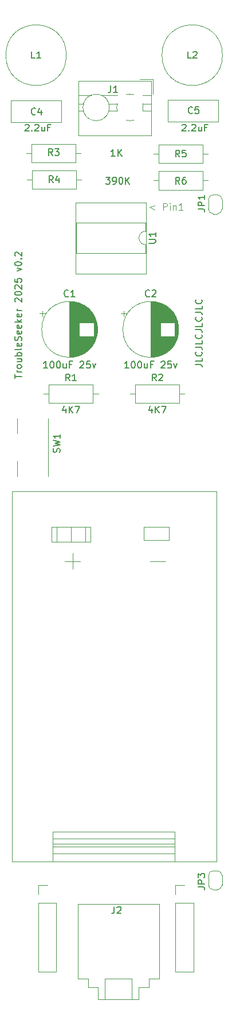
<source format=gbr>
%TF.GenerationSoftware,KiCad,Pcbnew,8.0.5*%
%TF.CreationDate,2025-02-18T01:30:18+08:00*%
%TF.ProjectId,troubleSeeker,74726f75-626c-4655-9365-656b65722e6b,rev?*%
%TF.SameCoordinates,Original*%
%TF.FileFunction,Legend,Top*%
%TF.FilePolarity,Positive*%
%FSLAX46Y46*%
G04 Gerber Fmt 4.6, Leading zero omitted, Abs format (unit mm)*
G04 Created by KiCad (PCBNEW 8.0.5) date 2025-02-18 01:30:18*
%MOMM*%
%LPD*%
G01*
G04 APERTURE LIST*
%ADD10C,0.100000*%
%ADD11C,0.150000*%
%ADD12C,0.120000*%
G04 APERTURE END LIST*
D10*
X138800000Y-113200000D02*
X139600000Y-113200000D01*
X139600000Y-115400000D01*
X138800000Y-115400000D01*
X138800000Y-113200000D01*
X134000000Y-159200000D02*
X152000000Y-159200000D01*
X152000000Y-161400000D01*
X134000000Y-161400000D01*
X134000000Y-159200000D01*
X147400000Y-113200000D02*
X151200000Y-113200000D01*
X151200000Y-115200000D01*
X147400000Y-115200000D01*
X147400000Y-113200000D01*
X134000000Y-158200000D02*
X152000000Y-158200000D01*
X152000000Y-162600000D01*
X134000000Y-162600000D01*
X134000000Y-158200000D01*
X134000000Y-160000000D02*
X152000000Y-160000000D01*
X152000000Y-160400000D01*
X134000000Y-160400000D01*
X134000000Y-160000000D01*
X133800000Y-113200000D02*
X139600000Y-113200000D01*
X139600000Y-115400000D01*
X133800000Y-115400000D01*
X133800000Y-113200000D01*
X133800000Y-113200000D02*
X134600000Y-113200000D01*
X134600000Y-115400000D01*
X133800000Y-115400000D01*
X133800000Y-113200000D01*
X128000000Y-108000000D02*
X158200000Y-108000000D01*
X158200000Y-162600000D01*
X128000000Y-162600000D01*
X128000000Y-108000000D01*
X136700000Y-113200000D02*
X136700000Y-115400000D01*
X136700000Y-113200000D01*
D11*
X155078319Y-89273506D02*
X155792604Y-89273506D01*
X155792604Y-89273506D02*
X155935461Y-89321125D01*
X155935461Y-89321125D02*
X156030700Y-89416363D01*
X156030700Y-89416363D02*
X156078319Y-89559220D01*
X156078319Y-89559220D02*
X156078319Y-89654458D01*
X156078319Y-88321125D02*
X156078319Y-88797315D01*
X156078319Y-88797315D02*
X155078319Y-88797315D01*
X155983080Y-87416363D02*
X156030700Y-87463982D01*
X156030700Y-87463982D02*
X156078319Y-87606839D01*
X156078319Y-87606839D02*
X156078319Y-87702077D01*
X156078319Y-87702077D02*
X156030700Y-87844934D01*
X156030700Y-87844934D02*
X155935461Y-87940172D01*
X155935461Y-87940172D02*
X155840223Y-87987791D01*
X155840223Y-87987791D02*
X155649747Y-88035410D01*
X155649747Y-88035410D02*
X155506890Y-88035410D01*
X155506890Y-88035410D02*
X155316414Y-87987791D01*
X155316414Y-87987791D02*
X155221176Y-87940172D01*
X155221176Y-87940172D02*
X155125938Y-87844934D01*
X155125938Y-87844934D02*
X155078319Y-87702077D01*
X155078319Y-87702077D02*
X155078319Y-87606839D01*
X155078319Y-87606839D02*
X155125938Y-87463982D01*
X155125938Y-87463982D02*
X155173557Y-87416363D01*
X155078319Y-86702077D02*
X155792604Y-86702077D01*
X155792604Y-86702077D02*
X155935461Y-86749696D01*
X155935461Y-86749696D02*
X156030700Y-86844934D01*
X156030700Y-86844934D02*
X156078319Y-86987791D01*
X156078319Y-86987791D02*
X156078319Y-87083029D01*
X156078319Y-85749696D02*
X156078319Y-86225886D01*
X156078319Y-86225886D02*
X155078319Y-86225886D01*
X155983080Y-84844934D02*
X156030700Y-84892553D01*
X156030700Y-84892553D02*
X156078319Y-85035410D01*
X156078319Y-85035410D02*
X156078319Y-85130648D01*
X156078319Y-85130648D02*
X156030700Y-85273505D01*
X156030700Y-85273505D02*
X155935461Y-85368743D01*
X155935461Y-85368743D02*
X155840223Y-85416362D01*
X155840223Y-85416362D02*
X155649747Y-85463981D01*
X155649747Y-85463981D02*
X155506890Y-85463981D01*
X155506890Y-85463981D02*
X155316414Y-85416362D01*
X155316414Y-85416362D02*
X155221176Y-85368743D01*
X155221176Y-85368743D02*
X155125938Y-85273505D01*
X155125938Y-85273505D02*
X155078319Y-85130648D01*
X155078319Y-85130648D02*
X155078319Y-85035410D01*
X155078319Y-85035410D02*
X155125938Y-84892553D01*
X155125938Y-84892553D02*
X155173557Y-84844934D01*
X155078319Y-84130648D02*
X155792604Y-84130648D01*
X155792604Y-84130648D02*
X155935461Y-84178267D01*
X155935461Y-84178267D02*
X156030700Y-84273505D01*
X156030700Y-84273505D02*
X156078319Y-84416362D01*
X156078319Y-84416362D02*
X156078319Y-84511600D01*
X156078319Y-83178267D02*
X156078319Y-83654457D01*
X156078319Y-83654457D02*
X155078319Y-83654457D01*
X155983080Y-82273505D02*
X156030700Y-82321124D01*
X156030700Y-82321124D02*
X156078319Y-82463981D01*
X156078319Y-82463981D02*
X156078319Y-82559219D01*
X156078319Y-82559219D02*
X156030700Y-82702076D01*
X156030700Y-82702076D02*
X155935461Y-82797314D01*
X155935461Y-82797314D02*
X155840223Y-82844933D01*
X155840223Y-82844933D02*
X155649747Y-82892552D01*
X155649747Y-82892552D02*
X155506890Y-82892552D01*
X155506890Y-82892552D02*
X155316414Y-82844933D01*
X155316414Y-82844933D02*
X155221176Y-82797314D01*
X155221176Y-82797314D02*
X155125938Y-82702076D01*
X155125938Y-82702076D02*
X155078319Y-82559219D01*
X155078319Y-82559219D02*
X155078319Y-82463981D01*
X155078319Y-82463981D02*
X155125938Y-82321124D01*
X155125938Y-82321124D02*
X155173557Y-82273505D01*
X155078319Y-81559219D02*
X155792604Y-81559219D01*
X155792604Y-81559219D02*
X155935461Y-81606838D01*
X155935461Y-81606838D02*
X156030700Y-81702076D01*
X156030700Y-81702076D02*
X156078319Y-81844933D01*
X156078319Y-81844933D02*
X156078319Y-81940171D01*
X156078319Y-80606838D02*
X156078319Y-81083028D01*
X156078319Y-81083028D02*
X155078319Y-81083028D01*
X155983080Y-79702076D02*
X156030700Y-79749695D01*
X156030700Y-79749695D02*
X156078319Y-79892552D01*
X156078319Y-79892552D02*
X156078319Y-79987790D01*
X156078319Y-79987790D02*
X156030700Y-80130647D01*
X156030700Y-80130647D02*
X155935461Y-80225885D01*
X155935461Y-80225885D02*
X155840223Y-80273504D01*
X155840223Y-80273504D02*
X155649747Y-80321123D01*
X155649747Y-80321123D02*
X155506890Y-80321123D01*
X155506890Y-80321123D02*
X155316414Y-80273504D01*
X155316414Y-80273504D02*
X155221176Y-80225885D01*
X155221176Y-80225885D02*
X155125938Y-80130647D01*
X155125938Y-80130647D02*
X155078319Y-79987790D01*
X155078319Y-79987790D02*
X155078319Y-79892552D01*
X155078319Y-79892552D02*
X155125938Y-79749695D01*
X155125938Y-79749695D02*
X155173557Y-79702076D01*
X128369819Y-91306077D02*
X128369819Y-90734649D01*
X129369819Y-91020363D02*
X128369819Y-91020363D01*
X129369819Y-90401315D02*
X128703152Y-90401315D01*
X128893628Y-90401315D02*
X128798390Y-90353696D01*
X128798390Y-90353696D02*
X128750771Y-90306077D01*
X128750771Y-90306077D02*
X128703152Y-90210839D01*
X128703152Y-90210839D02*
X128703152Y-90115601D01*
X129369819Y-89639410D02*
X129322200Y-89734648D01*
X129322200Y-89734648D02*
X129274580Y-89782267D01*
X129274580Y-89782267D02*
X129179342Y-89829886D01*
X129179342Y-89829886D02*
X128893628Y-89829886D01*
X128893628Y-89829886D02*
X128798390Y-89782267D01*
X128798390Y-89782267D02*
X128750771Y-89734648D01*
X128750771Y-89734648D02*
X128703152Y-89639410D01*
X128703152Y-89639410D02*
X128703152Y-89496553D01*
X128703152Y-89496553D02*
X128750771Y-89401315D01*
X128750771Y-89401315D02*
X128798390Y-89353696D01*
X128798390Y-89353696D02*
X128893628Y-89306077D01*
X128893628Y-89306077D02*
X129179342Y-89306077D01*
X129179342Y-89306077D02*
X129274580Y-89353696D01*
X129274580Y-89353696D02*
X129322200Y-89401315D01*
X129322200Y-89401315D02*
X129369819Y-89496553D01*
X129369819Y-89496553D02*
X129369819Y-89639410D01*
X128703152Y-88448934D02*
X129369819Y-88448934D01*
X128703152Y-88877505D02*
X129226961Y-88877505D01*
X129226961Y-88877505D02*
X129322200Y-88829886D01*
X129322200Y-88829886D02*
X129369819Y-88734648D01*
X129369819Y-88734648D02*
X129369819Y-88591791D01*
X129369819Y-88591791D02*
X129322200Y-88496553D01*
X129322200Y-88496553D02*
X129274580Y-88448934D01*
X129369819Y-87972743D02*
X128369819Y-87972743D01*
X128750771Y-87972743D02*
X128703152Y-87877505D01*
X128703152Y-87877505D02*
X128703152Y-87687029D01*
X128703152Y-87687029D02*
X128750771Y-87591791D01*
X128750771Y-87591791D02*
X128798390Y-87544172D01*
X128798390Y-87544172D02*
X128893628Y-87496553D01*
X128893628Y-87496553D02*
X129179342Y-87496553D01*
X129179342Y-87496553D02*
X129274580Y-87544172D01*
X129274580Y-87544172D02*
X129322200Y-87591791D01*
X129322200Y-87591791D02*
X129369819Y-87687029D01*
X129369819Y-87687029D02*
X129369819Y-87877505D01*
X129369819Y-87877505D02*
X129322200Y-87972743D01*
X129369819Y-86925124D02*
X129322200Y-87020362D01*
X129322200Y-87020362D02*
X129226961Y-87067981D01*
X129226961Y-87067981D02*
X128369819Y-87067981D01*
X129322200Y-86163219D02*
X129369819Y-86258457D01*
X129369819Y-86258457D02*
X129369819Y-86448933D01*
X129369819Y-86448933D02*
X129322200Y-86544171D01*
X129322200Y-86544171D02*
X129226961Y-86591790D01*
X129226961Y-86591790D02*
X128846009Y-86591790D01*
X128846009Y-86591790D02*
X128750771Y-86544171D01*
X128750771Y-86544171D02*
X128703152Y-86448933D01*
X128703152Y-86448933D02*
X128703152Y-86258457D01*
X128703152Y-86258457D02*
X128750771Y-86163219D01*
X128750771Y-86163219D02*
X128846009Y-86115600D01*
X128846009Y-86115600D02*
X128941247Y-86115600D01*
X128941247Y-86115600D02*
X129036485Y-86591790D01*
X129322200Y-85734647D02*
X129369819Y-85591790D01*
X129369819Y-85591790D02*
X129369819Y-85353695D01*
X129369819Y-85353695D02*
X129322200Y-85258457D01*
X129322200Y-85258457D02*
X129274580Y-85210838D01*
X129274580Y-85210838D02*
X129179342Y-85163219D01*
X129179342Y-85163219D02*
X129084104Y-85163219D01*
X129084104Y-85163219D02*
X128988866Y-85210838D01*
X128988866Y-85210838D02*
X128941247Y-85258457D01*
X128941247Y-85258457D02*
X128893628Y-85353695D01*
X128893628Y-85353695D02*
X128846009Y-85544171D01*
X128846009Y-85544171D02*
X128798390Y-85639409D01*
X128798390Y-85639409D02*
X128750771Y-85687028D01*
X128750771Y-85687028D02*
X128655533Y-85734647D01*
X128655533Y-85734647D02*
X128560295Y-85734647D01*
X128560295Y-85734647D02*
X128465057Y-85687028D01*
X128465057Y-85687028D02*
X128417438Y-85639409D01*
X128417438Y-85639409D02*
X128369819Y-85544171D01*
X128369819Y-85544171D02*
X128369819Y-85306076D01*
X128369819Y-85306076D02*
X128417438Y-85163219D01*
X129322200Y-84353695D02*
X129369819Y-84448933D01*
X129369819Y-84448933D02*
X129369819Y-84639409D01*
X129369819Y-84639409D02*
X129322200Y-84734647D01*
X129322200Y-84734647D02*
X129226961Y-84782266D01*
X129226961Y-84782266D02*
X128846009Y-84782266D01*
X128846009Y-84782266D02*
X128750771Y-84734647D01*
X128750771Y-84734647D02*
X128703152Y-84639409D01*
X128703152Y-84639409D02*
X128703152Y-84448933D01*
X128703152Y-84448933D02*
X128750771Y-84353695D01*
X128750771Y-84353695D02*
X128846009Y-84306076D01*
X128846009Y-84306076D02*
X128941247Y-84306076D01*
X128941247Y-84306076D02*
X129036485Y-84782266D01*
X129322200Y-83496552D02*
X129369819Y-83591790D01*
X129369819Y-83591790D02*
X129369819Y-83782266D01*
X129369819Y-83782266D02*
X129322200Y-83877504D01*
X129322200Y-83877504D02*
X129226961Y-83925123D01*
X129226961Y-83925123D02*
X128846009Y-83925123D01*
X128846009Y-83925123D02*
X128750771Y-83877504D01*
X128750771Y-83877504D02*
X128703152Y-83782266D01*
X128703152Y-83782266D02*
X128703152Y-83591790D01*
X128703152Y-83591790D02*
X128750771Y-83496552D01*
X128750771Y-83496552D02*
X128846009Y-83448933D01*
X128846009Y-83448933D02*
X128941247Y-83448933D01*
X128941247Y-83448933D02*
X129036485Y-83925123D01*
X129369819Y-83020361D02*
X128369819Y-83020361D01*
X128988866Y-82925123D02*
X129369819Y-82639409D01*
X128703152Y-82639409D02*
X129084104Y-83020361D01*
X129322200Y-81829885D02*
X129369819Y-81925123D01*
X129369819Y-81925123D02*
X129369819Y-82115599D01*
X129369819Y-82115599D02*
X129322200Y-82210837D01*
X129322200Y-82210837D02*
X129226961Y-82258456D01*
X129226961Y-82258456D02*
X128846009Y-82258456D01*
X128846009Y-82258456D02*
X128750771Y-82210837D01*
X128750771Y-82210837D02*
X128703152Y-82115599D01*
X128703152Y-82115599D02*
X128703152Y-81925123D01*
X128703152Y-81925123D02*
X128750771Y-81829885D01*
X128750771Y-81829885D02*
X128846009Y-81782266D01*
X128846009Y-81782266D02*
X128941247Y-81782266D01*
X128941247Y-81782266D02*
X129036485Y-82258456D01*
X129369819Y-81353694D02*
X128703152Y-81353694D01*
X128893628Y-81353694D02*
X128798390Y-81306075D01*
X128798390Y-81306075D02*
X128750771Y-81258456D01*
X128750771Y-81258456D02*
X128703152Y-81163218D01*
X128703152Y-81163218D02*
X128703152Y-81067980D01*
X128465057Y-80020360D02*
X128417438Y-79972741D01*
X128417438Y-79972741D02*
X128369819Y-79877503D01*
X128369819Y-79877503D02*
X128369819Y-79639408D01*
X128369819Y-79639408D02*
X128417438Y-79544170D01*
X128417438Y-79544170D02*
X128465057Y-79496551D01*
X128465057Y-79496551D02*
X128560295Y-79448932D01*
X128560295Y-79448932D02*
X128655533Y-79448932D01*
X128655533Y-79448932D02*
X128798390Y-79496551D01*
X128798390Y-79496551D02*
X129369819Y-80067979D01*
X129369819Y-80067979D02*
X129369819Y-79448932D01*
X128369819Y-78829884D02*
X128369819Y-78734646D01*
X128369819Y-78734646D02*
X128417438Y-78639408D01*
X128417438Y-78639408D02*
X128465057Y-78591789D01*
X128465057Y-78591789D02*
X128560295Y-78544170D01*
X128560295Y-78544170D02*
X128750771Y-78496551D01*
X128750771Y-78496551D02*
X128988866Y-78496551D01*
X128988866Y-78496551D02*
X129179342Y-78544170D01*
X129179342Y-78544170D02*
X129274580Y-78591789D01*
X129274580Y-78591789D02*
X129322200Y-78639408D01*
X129322200Y-78639408D02*
X129369819Y-78734646D01*
X129369819Y-78734646D02*
X129369819Y-78829884D01*
X129369819Y-78829884D02*
X129322200Y-78925122D01*
X129322200Y-78925122D02*
X129274580Y-78972741D01*
X129274580Y-78972741D02*
X129179342Y-79020360D01*
X129179342Y-79020360D02*
X128988866Y-79067979D01*
X128988866Y-79067979D02*
X128750771Y-79067979D01*
X128750771Y-79067979D02*
X128560295Y-79020360D01*
X128560295Y-79020360D02*
X128465057Y-78972741D01*
X128465057Y-78972741D02*
X128417438Y-78925122D01*
X128417438Y-78925122D02*
X128369819Y-78829884D01*
X128465057Y-78115598D02*
X128417438Y-78067979D01*
X128417438Y-78067979D02*
X128369819Y-77972741D01*
X128369819Y-77972741D02*
X128369819Y-77734646D01*
X128369819Y-77734646D02*
X128417438Y-77639408D01*
X128417438Y-77639408D02*
X128465057Y-77591789D01*
X128465057Y-77591789D02*
X128560295Y-77544170D01*
X128560295Y-77544170D02*
X128655533Y-77544170D01*
X128655533Y-77544170D02*
X128798390Y-77591789D01*
X128798390Y-77591789D02*
X129369819Y-78163217D01*
X129369819Y-78163217D02*
X129369819Y-77544170D01*
X128369819Y-76639408D02*
X128369819Y-77115598D01*
X128369819Y-77115598D02*
X128846009Y-77163217D01*
X128846009Y-77163217D02*
X128798390Y-77115598D01*
X128798390Y-77115598D02*
X128750771Y-77020360D01*
X128750771Y-77020360D02*
X128750771Y-76782265D01*
X128750771Y-76782265D02*
X128798390Y-76687027D01*
X128798390Y-76687027D02*
X128846009Y-76639408D01*
X128846009Y-76639408D02*
X128941247Y-76591789D01*
X128941247Y-76591789D02*
X129179342Y-76591789D01*
X129179342Y-76591789D02*
X129274580Y-76639408D01*
X129274580Y-76639408D02*
X129322200Y-76687027D01*
X129322200Y-76687027D02*
X129369819Y-76782265D01*
X129369819Y-76782265D02*
X129369819Y-77020360D01*
X129369819Y-77020360D02*
X129322200Y-77115598D01*
X129322200Y-77115598D02*
X129274580Y-77163217D01*
X128703152Y-75496550D02*
X129369819Y-75258455D01*
X129369819Y-75258455D02*
X128703152Y-75020360D01*
X128369819Y-74448931D02*
X128369819Y-74353693D01*
X128369819Y-74353693D02*
X128417438Y-74258455D01*
X128417438Y-74258455D02*
X128465057Y-74210836D01*
X128465057Y-74210836D02*
X128560295Y-74163217D01*
X128560295Y-74163217D02*
X128750771Y-74115598D01*
X128750771Y-74115598D02*
X128988866Y-74115598D01*
X128988866Y-74115598D02*
X129179342Y-74163217D01*
X129179342Y-74163217D02*
X129274580Y-74210836D01*
X129274580Y-74210836D02*
X129322200Y-74258455D01*
X129322200Y-74258455D02*
X129369819Y-74353693D01*
X129369819Y-74353693D02*
X129369819Y-74448931D01*
X129369819Y-74448931D02*
X129322200Y-74544169D01*
X129322200Y-74544169D02*
X129274580Y-74591788D01*
X129274580Y-74591788D02*
X129179342Y-74639407D01*
X129179342Y-74639407D02*
X128988866Y-74687026D01*
X128988866Y-74687026D02*
X128750771Y-74687026D01*
X128750771Y-74687026D02*
X128560295Y-74639407D01*
X128560295Y-74639407D02*
X128465057Y-74591788D01*
X128465057Y-74591788D02*
X128417438Y-74544169D01*
X128417438Y-74544169D02*
X128369819Y-74448931D01*
X129274580Y-73687026D02*
X129322200Y-73639407D01*
X129322200Y-73639407D02*
X129369819Y-73687026D01*
X129369819Y-73687026D02*
X129322200Y-73734645D01*
X129322200Y-73734645D02*
X129274580Y-73687026D01*
X129274580Y-73687026D02*
X129369819Y-73687026D01*
X128465057Y-73258455D02*
X128417438Y-73210836D01*
X128417438Y-73210836D02*
X128369819Y-73115598D01*
X128369819Y-73115598D02*
X128369819Y-72877503D01*
X128369819Y-72877503D02*
X128417438Y-72782265D01*
X128417438Y-72782265D02*
X128465057Y-72734646D01*
X128465057Y-72734646D02*
X128560295Y-72687027D01*
X128560295Y-72687027D02*
X128655533Y-72687027D01*
X128655533Y-72687027D02*
X128798390Y-72734646D01*
X128798390Y-72734646D02*
X129369819Y-73306074D01*
X129369819Y-73306074D02*
X129369819Y-72687027D01*
D10*
X135780074Y-118284800D02*
X138065789Y-118284800D01*
X136922931Y-119427657D02*
X136922931Y-117141942D01*
X149065789Y-65805752D02*
X148303884Y-66091466D01*
X148303884Y-66091466D02*
X149065789Y-66377180D01*
X150303884Y-66472419D02*
X150303884Y-65472419D01*
X150303884Y-65472419D02*
X150684836Y-65472419D01*
X150684836Y-65472419D02*
X150780074Y-65520038D01*
X150780074Y-65520038D02*
X150827693Y-65567657D01*
X150827693Y-65567657D02*
X150875312Y-65662895D01*
X150875312Y-65662895D02*
X150875312Y-65805752D01*
X150875312Y-65805752D02*
X150827693Y-65900990D01*
X150827693Y-65900990D02*
X150780074Y-65948609D01*
X150780074Y-65948609D02*
X150684836Y-65996228D01*
X150684836Y-65996228D02*
X150303884Y-65996228D01*
X151303884Y-66472419D02*
X151303884Y-65805752D01*
X151303884Y-65472419D02*
X151256265Y-65520038D01*
X151256265Y-65520038D02*
X151303884Y-65567657D01*
X151303884Y-65567657D02*
X151351503Y-65520038D01*
X151351503Y-65520038D02*
X151303884Y-65472419D01*
X151303884Y-65472419D02*
X151303884Y-65567657D01*
X151780074Y-65805752D02*
X151780074Y-66472419D01*
X151780074Y-65900990D02*
X151827693Y-65853371D01*
X151827693Y-65853371D02*
X151922931Y-65805752D01*
X151922931Y-65805752D02*
X152065788Y-65805752D01*
X152065788Y-65805752D02*
X152161026Y-65853371D01*
X152161026Y-65853371D02*
X152208645Y-65948609D01*
X152208645Y-65948609D02*
X152208645Y-66472419D01*
X153208645Y-66472419D02*
X152637217Y-66472419D01*
X152922931Y-66472419D02*
X152922931Y-65472419D01*
X152922931Y-65472419D02*
X152827693Y-65615276D01*
X152827693Y-65615276D02*
X152732455Y-65710514D01*
X152732455Y-65710514D02*
X152637217Y-65758133D01*
X148380074Y-118284800D02*
X150665789Y-118284800D01*
D11*
X154433333Y-44104819D02*
X153957143Y-44104819D01*
X153957143Y-44104819D02*
X153957143Y-43104819D01*
X154719048Y-43200057D02*
X154766667Y-43152438D01*
X154766667Y-43152438D02*
X154861905Y-43104819D01*
X154861905Y-43104819D02*
X155100000Y-43104819D01*
X155100000Y-43104819D02*
X155195238Y-43152438D01*
X155195238Y-43152438D02*
X155242857Y-43200057D01*
X155242857Y-43200057D02*
X155290476Y-43295295D01*
X155290476Y-43295295D02*
X155290476Y-43390533D01*
X155290476Y-43390533D02*
X155242857Y-43533390D01*
X155242857Y-43533390D02*
X154671429Y-44104819D01*
X154671429Y-44104819D02*
X155290476Y-44104819D01*
X155454819Y-166333333D02*
X156169104Y-166333333D01*
X156169104Y-166333333D02*
X156311961Y-166380952D01*
X156311961Y-166380952D02*
X156407200Y-166476190D01*
X156407200Y-166476190D02*
X156454819Y-166619047D01*
X156454819Y-166619047D02*
X156454819Y-166714285D01*
X156454819Y-165857142D02*
X155454819Y-165857142D01*
X155454819Y-165857142D02*
X155454819Y-165476190D01*
X155454819Y-165476190D02*
X155502438Y-165380952D01*
X155502438Y-165380952D02*
X155550057Y-165333333D01*
X155550057Y-165333333D02*
X155645295Y-165285714D01*
X155645295Y-165285714D02*
X155788152Y-165285714D01*
X155788152Y-165285714D02*
X155883390Y-165333333D01*
X155883390Y-165333333D02*
X155931009Y-165380952D01*
X155931009Y-165380952D02*
X155978628Y-165476190D01*
X155978628Y-165476190D02*
X155978628Y-165857142D01*
X155454819Y-164952380D02*
X155454819Y-164333333D01*
X155454819Y-164333333D02*
X155835771Y-164666666D01*
X155835771Y-164666666D02*
X155835771Y-164523809D01*
X155835771Y-164523809D02*
X155883390Y-164428571D01*
X155883390Y-164428571D02*
X155931009Y-164380952D01*
X155931009Y-164380952D02*
X156026247Y-164333333D01*
X156026247Y-164333333D02*
X156264342Y-164333333D01*
X156264342Y-164333333D02*
X156359580Y-164380952D01*
X156359580Y-164380952D02*
X156407200Y-164428571D01*
X156407200Y-164428571D02*
X156454819Y-164523809D01*
X156454819Y-164523809D02*
X156454819Y-164809523D01*
X156454819Y-164809523D02*
X156407200Y-164904761D01*
X156407200Y-164904761D02*
X156359580Y-164952380D01*
X134033333Y-62454819D02*
X133700000Y-61978628D01*
X133461905Y-62454819D02*
X133461905Y-61454819D01*
X133461905Y-61454819D02*
X133842857Y-61454819D01*
X133842857Y-61454819D02*
X133938095Y-61502438D01*
X133938095Y-61502438D02*
X133985714Y-61550057D01*
X133985714Y-61550057D02*
X134033333Y-61645295D01*
X134033333Y-61645295D02*
X134033333Y-61788152D01*
X134033333Y-61788152D02*
X133985714Y-61883390D01*
X133985714Y-61883390D02*
X133938095Y-61931009D01*
X133938095Y-61931009D02*
X133842857Y-61978628D01*
X133842857Y-61978628D02*
X133461905Y-61978628D01*
X134890476Y-61788152D02*
X134890476Y-62454819D01*
X134652381Y-61407200D02*
X134414286Y-62121485D01*
X134414286Y-62121485D02*
X135033333Y-62121485D01*
X155454819Y-66333333D02*
X156169104Y-66333333D01*
X156169104Y-66333333D02*
X156311961Y-66380952D01*
X156311961Y-66380952D02*
X156407200Y-66476190D01*
X156407200Y-66476190D02*
X156454819Y-66619047D01*
X156454819Y-66619047D02*
X156454819Y-66714285D01*
X156454819Y-65857142D02*
X155454819Y-65857142D01*
X155454819Y-65857142D02*
X155454819Y-65476190D01*
X155454819Y-65476190D02*
X155502438Y-65380952D01*
X155502438Y-65380952D02*
X155550057Y-65333333D01*
X155550057Y-65333333D02*
X155645295Y-65285714D01*
X155645295Y-65285714D02*
X155788152Y-65285714D01*
X155788152Y-65285714D02*
X155883390Y-65333333D01*
X155883390Y-65333333D02*
X155931009Y-65380952D01*
X155931009Y-65380952D02*
X155978628Y-65476190D01*
X155978628Y-65476190D02*
X155978628Y-65857142D01*
X156454819Y-64333333D02*
X156454819Y-64904761D01*
X156454819Y-64619047D02*
X155454819Y-64619047D01*
X155454819Y-64619047D02*
X155597676Y-64714285D01*
X155597676Y-64714285D02*
X155692914Y-64809523D01*
X155692914Y-64809523D02*
X155740533Y-64904761D01*
X136508082Y-91679568D02*
X136174749Y-91203377D01*
X135936654Y-91679568D02*
X135936654Y-90679568D01*
X135936654Y-90679568D02*
X136317606Y-90679568D01*
X136317606Y-90679568D02*
X136412844Y-90727187D01*
X136412844Y-90727187D02*
X136460463Y-90774806D01*
X136460463Y-90774806D02*
X136508082Y-90870044D01*
X136508082Y-90870044D02*
X136508082Y-91012901D01*
X136508082Y-91012901D02*
X136460463Y-91108139D01*
X136460463Y-91108139D02*
X136412844Y-91155758D01*
X136412844Y-91155758D02*
X136317606Y-91203377D01*
X136317606Y-91203377D02*
X135936654Y-91203377D01*
X137460463Y-91679568D02*
X136889035Y-91679568D01*
X137174749Y-91679568D02*
X137174749Y-90679568D01*
X137174749Y-90679568D02*
X137079511Y-90822425D01*
X137079511Y-90822425D02*
X136984273Y-90917663D01*
X136984273Y-90917663D02*
X136889035Y-90965282D01*
X135889034Y-95752901D02*
X135889034Y-96419568D01*
X135650939Y-95371949D02*
X135412844Y-96086234D01*
X135412844Y-96086234D02*
X136031891Y-96086234D01*
X136412844Y-96419568D02*
X136412844Y-95419568D01*
X136984272Y-96419568D02*
X136555701Y-95848139D01*
X136984272Y-95419568D02*
X136412844Y-95990996D01*
X137317606Y-95419568D02*
X137984272Y-95419568D01*
X137984272Y-95419568D02*
X137555701Y-96419568D01*
X152733333Y-62654819D02*
X152400000Y-62178628D01*
X152161905Y-62654819D02*
X152161905Y-61654819D01*
X152161905Y-61654819D02*
X152542857Y-61654819D01*
X152542857Y-61654819D02*
X152638095Y-61702438D01*
X152638095Y-61702438D02*
X152685714Y-61750057D01*
X152685714Y-61750057D02*
X152733333Y-61845295D01*
X152733333Y-61845295D02*
X152733333Y-61988152D01*
X152733333Y-61988152D02*
X152685714Y-62083390D01*
X152685714Y-62083390D02*
X152638095Y-62131009D01*
X152638095Y-62131009D02*
X152542857Y-62178628D01*
X152542857Y-62178628D02*
X152161905Y-62178628D01*
X153590476Y-61654819D02*
X153400000Y-61654819D01*
X153400000Y-61654819D02*
X153304762Y-61702438D01*
X153304762Y-61702438D02*
X153257143Y-61750057D01*
X153257143Y-61750057D02*
X153161905Y-61892914D01*
X153161905Y-61892914D02*
X153114286Y-62083390D01*
X153114286Y-62083390D02*
X153114286Y-62464342D01*
X153114286Y-62464342D02*
X153161905Y-62559580D01*
X153161905Y-62559580D02*
X153209524Y-62607200D01*
X153209524Y-62607200D02*
X153304762Y-62654819D01*
X153304762Y-62654819D02*
X153495238Y-62654819D01*
X153495238Y-62654819D02*
X153590476Y-62607200D01*
X153590476Y-62607200D02*
X153638095Y-62559580D01*
X153638095Y-62559580D02*
X153685714Y-62464342D01*
X153685714Y-62464342D02*
X153685714Y-62226247D01*
X153685714Y-62226247D02*
X153638095Y-62131009D01*
X153638095Y-62131009D02*
X153590476Y-62083390D01*
X153590476Y-62083390D02*
X153495238Y-62035771D01*
X153495238Y-62035771D02*
X153304762Y-62035771D01*
X153304762Y-62035771D02*
X153209524Y-62083390D01*
X153209524Y-62083390D02*
X153161905Y-62131009D01*
X153161905Y-62131009D02*
X153114286Y-62226247D01*
X141814286Y-61654819D02*
X142433333Y-61654819D01*
X142433333Y-61654819D02*
X142100000Y-62035771D01*
X142100000Y-62035771D02*
X142242857Y-62035771D01*
X142242857Y-62035771D02*
X142338095Y-62083390D01*
X142338095Y-62083390D02*
X142385714Y-62131009D01*
X142385714Y-62131009D02*
X142433333Y-62226247D01*
X142433333Y-62226247D02*
X142433333Y-62464342D01*
X142433333Y-62464342D02*
X142385714Y-62559580D01*
X142385714Y-62559580D02*
X142338095Y-62607200D01*
X142338095Y-62607200D02*
X142242857Y-62654819D01*
X142242857Y-62654819D02*
X141957143Y-62654819D01*
X141957143Y-62654819D02*
X141861905Y-62607200D01*
X141861905Y-62607200D02*
X141814286Y-62559580D01*
X142909524Y-62654819D02*
X143100000Y-62654819D01*
X143100000Y-62654819D02*
X143195238Y-62607200D01*
X143195238Y-62607200D02*
X143242857Y-62559580D01*
X143242857Y-62559580D02*
X143338095Y-62416723D01*
X143338095Y-62416723D02*
X143385714Y-62226247D01*
X143385714Y-62226247D02*
X143385714Y-61845295D01*
X143385714Y-61845295D02*
X143338095Y-61750057D01*
X143338095Y-61750057D02*
X143290476Y-61702438D01*
X143290476Y-61702438D02*
X143195238Y-61654819D01*
X143195238Y-61654819D02*
X143004762Y-61654819D01*
X143004762Y-61654819D02*
X142909524Y-61702438D01*
X142909524Y-61702438D02*
X142861905Y-61750057D01*
X142861905Y-61750057D02*
X142814286Y-61845295D01*
X142814286Y-61845295D02*
X142814286Y-62083390D01*
X142814286Y-62083390D02*
X142861905Y-62178628D01*
X142861905Y-62178628D02*
X142909524Y-62226247D01*
X142909524Y-62226247D02*
X143004762Y-62273866D01*
X143004762Y-62273866D02*
X143195238Y-62273866D01*
X143195238Y-62273866D02*
X143290476Y-62226247D01*
X143290476Y-62226247D02*
X143338095Y-62178628D01*
X143338095Y-62178628D02*
X143385714Y-62083390D01*
X144004762Y-61654819D02*
X144100000Y-61654819D01*
X144100000Y-61654819D02*
X144195238Y-61702438D01*
X144195238Y-61702438D02*
X144242857Y-61750057D01*
X144242857Y-61750057D02*
X144290476Y-61845295D01*
X144290476Y-61845295D02*
X144338095Y-62035771D01*
X144338095Y-62035771D02*
X144338095Y-62273866D01*
X144338095Y-62273866D02*
X144290476Y-62464342D01*
X144290476Y-62464342D02*
X144242857Y-62559580D01*
X144242857Y-62559580D02*
X144195238Y-62607200D01*
X144195238Y-62607200D02*
X144100000Y-62654819D01*
X144100000Y-62654819D02*
X144004762Y-62654819D01*
X144004762Y-62654819D02*
X143909524Y-62607200D01*
X143909524Y-62607200D02*
X143861905Y-62559580D01*
X143861905Y-62559580D02*
X143814286Y-62464342D01*
X143814286Y-62464342D02*
X143766667Y-62273866D01*
X143766667Y-62273866D02*
X143766667Y-62035771D01*
X143766667Y-62035771D02*
X143814286Y-61845295D01*
X143814286Y-61845295D02*
X143861905Y-61750057D01*
X143861905Y-61750057D02*
X143909524Y-61702438D01*
X143909524Y-61702438D02*
X144004762Y-61654819D01*
X144766667Y-62654819D02*
X144766667Y-61654819D01*
X145338095Y-62654819D02*
X144909524Y-62083390D01*
X145338095Y-61654819D02*
X144766667Y-62226247D01*
X152728333Y-58654819D02*
X152395000Y-58178628D01*
X152156905Y-58654819D02*
X152156905Y-57654819D01*
X152156905Y-57654819D02*
X152537857Y-57654819D01*
X152537857Y-57654819D02*
X152633095Y-57702438D01*
X152633095Y-57702438D02*
X152680714Y-57750057D01*
X152680714Y-57750057D02*
X152728333Y-57845295D01*
X152728333Y-57845295D02*
X152728333Y-57988152D01*
X152728333Y-57988152D02*
X152680714Y-58083390D01*
X152680714Y-58083390D02*
X152633095Y-58131009D01*
X152633095Y-58131009D02*
X152537857Y-58178628D01*
X152537857Y-58178628D02*
X152156905Y-58178628D01*
X153633095Y-57654819D02*
X153156905Y-57654819D01*
X153156905Y-57654819D02*
X153109286Y-58131009D01*
X153109286Y-58131009D02*
X153156905Y-58083390D01*
X153156905Y-58083390D02*
X153252143Y-58035771D01*
X153252143Y-58035771D02*
X153490238Y-58035771D01*
X153490238Y-58035771D02*
X153585476Y-58083390D01*
X153585476Y-58083390D02*
X153633095Y-58131009D01*
X153633095Y-58131009D02*
X153680714Y-58226247D01*
X153680714Y-58226247D02*
X153680714Y-58464342D01*
X153680714Y-58464342D02*
X153633095Y-58559580D01*
X153633095Y-58559580D02*
X153585476Y-58607200D01*
X153585476Y-58607200D02*
X153490238Y-58654819D01*
X153490238Y-58654819D02*
X153252143Y-58654819D01*
X153252143Y-58654819D02*
X153156905Y-58607200D01*
X153156905Y-58607200D02*
X153109286Y-58559580D01*
X143185714Y-58554819D02*
X142614286Y-58554819D01*
X142900000Y-58554819D02*
X142900000Y-57554819D01*
X142900000Y-57554819D02*
X142804762Y-57697676D01*
X142804762Y-57697676D02*
X142709524Y-57792914D01*
X142709524Y-57792914D02*
X142614286Y-57840533D01*
X143614286Y-58554819D02*
X143614286Y-57554819D01*
X144185714Y-58554819D02*
X143757143Y-57983390D01*
X144185714Y-57554819D02*
X143614286Y-58126247D01*
X154633333Y-52159580D02*
X154585714Y-52207200D01*
X154585714Y-52207200D02*
X154442857Y-52254819D01*
X154442857Y-52254819D02*
X154347619Y-52254819D01*
X154347619Y-52254819D02*
X154204762Y-52207200D01*
X154204762Y-52207200D02*
X154109524Y-52111961D01*
X154109524Y-52111961D02*
X154061905Y-52016723D01*
X154061905Y-52016723D02*
X154014286Y-51826247D01*
X154014286Y-51826247D02*
X154014286Y-51683390D01*
X154014286Y-51683390D02*
X154061905Y-51492914D01*
X154061905Y-51492914D02*
X154109524Y-51397676D01*
X154109524Y-51397676D02*
X154204762Y-51302438D01*
X154204762Y-51302438D02*
X154347619Y-51254819D01*
X154347619Y-51254819D02*
X154442857Y-51254819D01*
X154442857Y-51254819D02*
X154585714Y-51302438D01*
X154585714Y-51302438D02*
X154633333Y-51350057D01*
X155538095Y-51254819D02*
X155061905Y-51254819D01*
X155061905Y-51254819D02*
X155014286Y-51731009D01*
X155014286Y-51731009D02*
X155061905Y-51683390D01*
X155061905Y-51683390D02*
X155157143Y-51635771D01*
X155157143Y-51635771D02*
X155395238Y-51635771D01*
X155395238Y-51635771D02*
X155490476Y-51683390D01*
X155490476Y-51683390D02*
X155538095Y-51731009D01*
X155538095Y-51731009D02*
X155585714Y-51826247D01*
X155585714Y-51826247D02*
X155585714Y-52064342D01*
X155585714Y-52064342D02*
X155538095Y-52159580D01*
X155538095Y-52159580D02*
X155490476Y-52207200D01*
X155490476Y-52207200D02*
X155395238Y-52254819D01*
X155395238Y-52254819D02*
X155157143Y-52254819D01*
X155157143Y-52254819D02*
X155061905Y-52207200D01*
X155061905Y-52207200D02*
X155014286Y-52159580D01*
X153119048Y-53950057D02*
X153166667Y-53902438D01*
X153166667Y-53902438D02*
X153261905Y-53854819D01*
X153261905Y-53854819D02*
X153500000Y-53854819D01*
X153500000Y-53854819D02*
X153595238Y-53902438D01*
X153595238Y-53902438D02*
X153642857Y-53950057D01*
X153642857Y-53950057D02*
X153690476Y-54045295D01*
X153690476Y-54045295D02*
X153690476Y-54140533D01*
X153690476Y-54140533D02*
X153642857Y-54283390D01*
X153642857Y-54283390D02*
X153071429Y-54854819D01*
X153071429Y-54854819D02*
X153690476Y-54854819D01*
X154119048Y-54759580D02*
X154166667Y-54807200D01*
X154166667Y-54807200D02*
X154119048Y-54854819D01*
X154119048Y-54854819D02*
X154071429Y-54807200D01*
X154071429Y-54807200D02*
X154119048Y-54759580D01*
X154119048Y-54759580D02*
X154119048Y-54854819D01*
X154547619Y-53950057D02*
X154595238Y-53902438D01*
X154595238Y-53902438D02*
X154690476Y-53854819D01*
X154690476Y-53854819D02*
X154928571Y-53854819D01*
X154928571Y-53854819D02*
X155023809Y-53902438D01*
X155023809Y-53902438D02*
X155071428Y-53950057D01*
X155071428Y-53950057D02*
X155119047Y-54045295D01*
X155119047Y-54045295D02*
X155119047Y-54140533D01*
X155119047Y-54140533D02*
X155071428Y-54283390D01*
X155071428Y-54283390D02*
X154500000Y-54854819D01*
X154500000Y-54854819D02*
X155119047Y-54854819D01*
X155976190Y-54188152D02*
X155976190Y-54854819D01*
X155547619Y-54188152D02*
X155547619Y-54711961D01*
X155547619Y-54711961D02*
X155595238Y-54807200D01*
X155595238Y-54807200D02*
X155690476Y-54854819D01*
X155690476Y-54854819D02*
X155833333Y-54854819D01*
X155833333Y-54854819D02*
X155928571Y-54807200D01*
X155928571Y-54807200D02*
X155976190Y-54759580D01*
X156785714Y-54331009D02*
X156452381Y-54331009D01*
X156452381Y-54854819D02*
X156452381Y-53854819D01*
X156452381Y-53854819D02*
X156928571Y-53854819D01*
X142566666Y-48154819D02*
X142566666Y-48869104D01*
X142566666Y-48869104D02*
X142519047Y-49011961D01*
X142519047Y-49011961D02*
X142423809Y-49107200D01*
X142423809Y-49107200D02*
X142280952Y-49154819D01*
X142280952Y-49154819D02*
X142185714Y-49154819D01*
X143566666Y-49154819D02*
X142995238Y-49154819D01*
X143280952Y-49154819D02*
X143280952Y-48154819D01*
X143280952Y-48154819D02*
X143185714Y-48297676D01*
X143185714Y-48297676D02*
X143090476Y-48392914D01*
X143090476Y-48392914D02*
X142995238Y-48440533D01*
X149268082Y-91679568D02*
X148934749Y-91203377D01*
X148696654Y-91679568D02*
X148696654Y-90679568D01*
X148696654Y-90679568D02*
X149077606Y-90679568D01*
X149077606Y-90679568D02*
X149172844Y-90727187D01*
X149172844Y-90727187D02*
X149220463Y-90774806D01*
X149220463Y-90774806D02*
X149268082Y-90870044D01*
X149268082Y-90870044D02*
X149268082Y-91012901D01*
X149268082Y-91012901D02*
X149220463Y-91108139D01*
X149220463Y-91108139D02*
X149172844Y-91155758D01*
X149172844Y-91155758D02*
X149077606Y-91203377D01*
X149077606Y-91203377D02*
X148696654Y-91203377D01*
X149649035Y-90774806D02*
X149696654Y-90727187D01*
X149696654Y-90727187D02*
X149791892Y-90679568D01*
X149791892Y-90679568D02*
X150029987Y-90679568D01*
X150029987Y-90679568D02*
X150125225Y-90727187D01*
X150125225Y-90727187D02*
X150172844Y-90774806D01*
X150172844Y-90774806D02*
X150220463Y-90870044D01*
X150220463Y-90870044D02*
X150220463Y-90965282D01*
X150220463Y-90965282D02*
X150172844Y-91108139D01*
X150172844Y-91108139D02*
X149601416Y-91679568D01*
X149601416Y-91679568D02*
X150220463Y-91679568D01*
X148649034Y-95752901D02*
X148649034Y-96419568D01*
X148410939Y-95371949D02*
X148172844Y-96086234D01*
X148172844Y-96086234D02*
X148791891Y-96086234D01*
X149172844Y-96419568D02*
X149172844Y-95419568D01*
X149744272Y-96419568D02*
X149315701Y-95848139D01*
X149744272Y-95419568D02*
X149172844Y-95990996D01*
X150077606Y-95419568D02*
X150744272Y-95419568D01*
X150744272Y-95419568D02*
X150315701Y-96419568D01*
X133953333Y-58454819D02*
X133620000Y-57978628D01*
X133381905Y-58454819D02*
X133381905Y-57454819D01*
X133381905Y-57454819D02*
X133762857Y-57454819D01*
X133762857Y-57454819D02*
X133858095Y-57502438D01*
X133858095Y-57502438D02*
X133905714Y-57550057D01*
X133905714Y-57550057D02*
X133953333Y-57645295D01*
X133953333Y-57645295D02*
X133953333Y-57788152D01*
X133953333Y-57788152D02*
X133905714Y-57883390D01*
X133905714Y-57883390D02*
X133858095Y-57931009D01*
X133858095Y-57931009D02*
X133762857Y-57978628D01*
X133762857Y-57978628D02*
X133381905Y-57978628D01*
X134286667Y-57454819D02*
X134905714Y-57454819D01*
X134905714Y-57454819D02*
X134572381Y-57835771D01*
X134572381Y-57835771D02*
X134715238Y-57835771D01*
X134715238Y-57835771D02*
X134810476Y-57883390D01*
X134810476Y-57883390D02*
X134858095Y-57931009D01*
X134858095Y-57931009D02*
X134905714Y-58026247D01*
X134905714Y-58026247D02*
X134905714Y-58264342D01*
X134905714Y-58264342D02*
X134858095Y-58359580D01*
X134858095Y-58359580D02*
X134810476Y-58407200D01*
X134810476Y-58407200D02*
X134715238Y-58454819D01*
X134715238Y-58454819D02*
X134429524Y-58454819D01*
X134429524Y-58454819D02*
X134334286Y-58407200D01*
X134334286Y-58407200D02*
X134286667Y-58359580D01*
X131433333Y-52359580D02*
X131385714Y-52407200D01*
X131385714Y-52407200D02*
X131242857Y-52454819D01*
X131242857Y-52454819D02*
X131147619Y-52454819D01*
X131147619Y-52454819D02*
X131004762Y-52407200D01*
X131004762Y-52407200D02*
X130909524Y-52311961D01*
X130909524Y-52311961D02*
X130861905Y-52216723D01*
X130861905Y-52216723D02*
X130814286Y-52026247D01*
X130814286Y-52026247D02*
X130814286Y-51883390D01*
X130814286Y-51883390D02*
X130861905Y-51692914D01*
X130861905Y-51692914D02*
X130909524Y-51597676D01*
X130909524Y-51597676D02*
X131004762Y-51502438D01*
X131004762Y-51502438D02*
X131147619Y-51454819D01*
X131147619Y-51454819D02*
X131242857Y-51454819D01*
X131242857Y-51454819D02*
X131385714Y-51502438D01*
X131385714Y-51502438D02*
X131433333Y-51550057D01*
X132290476Y-51788152D02*
X132290476Y-52454819D01*
X132052381Y-51407200D02*
X131814286Y-52121485D01*
X131814286Y-52121485D02*
X132433333Y-52121485D01*
X129919048Y-53950057D02*
X129966667Y-53902438D01*
X129966667Y-53902438D02*
X130061905Y-53854819D01*
X130061905Y-53854819D02*
X130300000Y-53854819D01*
X130300000Y-53854819D02*
X130395238Y-53902438D01*
X130395238Y-53902438D02*
X130442857Y-53950057D01*
X130442857Y-53950057D02*
X130490476Y-54045295D01*
X130490476Y-54045295D02*
X130490476Y-54140533D01*
X130490476Y-54140533D02*
X130442857Y-54283390D01*
X130442857Y-54283390D02*
X129871429Y-54854819D01*
X129871429Y-54854819D02*
X130490476Y-54854819D01*
X130919048Y-54759580D02*
X130966667Y-54807200D01*
X130966667Y-54807200D02*
X130919048Y-54854819D01*
X130919048Y-54854819D02*
X130871429Y-54807200D01*
X130871429Y-54807200D02*
X130919048Y-54759580D01*
X130919048Y-54759580D02*
X130919048Y-54854819D01*
X131347619Y-53950057D02*
X131395238Y-53902438D01*
X131395238Y-53902438D02*
X131490476Y-53854819D01*
X131490476Y-53854819D02*
X131728571Y-53854819D01*
X131728571Y-53854819D02*
X131823809Y-53902438D01*
X131823809Y-53902438D02*
X131871428Y-53950057D01*
X131871428Y-53950057D02*
X131919047Y-54045295D01*
X131919047Y-54045295D02*
X131919047Y-54140533D01*
X131919047Y-54140533D02*
X131871428Y-54283390D01*
X131871428Y-54283390D02*
X131300000Y-54854819D01*
X131300000Y-54854819D02*
X131919047Y-54854819D01*
X132776190Y-54188152D02*
X132776190Y-54854819D01*
X132347619Y-54188152D02*
X132347619Y-54711961D01*
X132347619Y-54711961D02*
X132395238Y-54807200D01*
X132395238Y-54807200D02*
X132490476Y-54854819D01*
X132490476Y-54854819D02*
X132633333Y-54854819D01*
X132633333Y-54854819D02*
X132728571Y-54807200D01*
X132728571Y-54807200D02*
X132776190Y-54759580D01*
X133585714Y-54331009D02*
X133252381Y-54331009D01*
X133252381Y-54854819D02*
X133252381Y-53854819D01*
X133252381Y-53854819D02*
X133728571Y-53854819D01*
X148308082Y-79204329D02*
X148260463Y-79251949D01*
X148260463Y-79251949D02*
X148117606Y-79299568D01*
X148117606Y-79299568D02*
X148022368Y-79299568D01*
X148022368Y-79299568D02*
X147879511Y-79251949D01*
X147879511Y-79251949D02*
X147784273Y-79156710D01*
X147784273Y-79156710D02*
X147736654Y-79061472D01*
X147736654Y-79061472D02*
X147689035Y-78870996D01*
X147689035Y-78870996D02*
X147689035Y-78728139D01*
X147689035Y-78728139D02*
X147736654Y-78537663D01*
X147736654Y-78537663D02*
X147784273Y-78442425D01*
X147784273Y-78442425D02*
X147879511Y-78347187D01*
X147879511Y-78347187D02*
X148022368Y-78299568D01*
X148022368Y-78299568D02*
X148117606Y-78299568D01*
X148117606Y-78299568D02*
X148260463Y-78347187D01*
X148260463Y-78347187D02*
X148308082Y-78394806D01*
X148689035Y-78394806D02*
X148736654Y-78347187D01*
X148736654Y-78347187D02*
X148831892Y-78299568D01*
X148831892Y-78299568D02*
X149069987Y-78299568D01*
X149069987Y-78299568D02*
X149165225Y-78347187D01*
X149165225Y-78347187D02*
X149212844Y-78394806D01*
X149212844Y-78394806D02*
X149260463Y-78490044D01*
X149260463Y-78490044D02*
X149260463Y-78585282D01*
X149260463Y-78585282D02*
X149212844Y-78728139D01*
X149212844Y-78728139D02*
X148641416Y-79299568D01*
X148641416Y-79299568D02*
X149260463Y-79299568D01*
X145212843Y-89799568D02*
X144641415Y-89799568D01*
X144927129Y-89799568D02*
X144927129Y-88799568D01*
X144927129Y-88799568D02*
X144831891Y-88942425D01*
X144831891Y-88942425D02*
X144736653Y-89037663D01*
X144736653Y-89037663D02*
X144641415Y-89085282D01*
X145831891Y-88799568D02*
X145927129Y-88799568D01*
X145927129Y-88799568D02*
X146022367Y-88847187D01*
X146022367Y-88847187D02*
X146069986Y-88894806D01*
X146069986Y-88894806D02*
X146117605Y-88990044D01*
X146117605Y-88990044D02*
X146165224Y-89180520D01*
X146165224Y-89180520D02*
X146165224Y-89418615D01*
X146165224Y-89418615D02*
X146117605Y-89609091D01*
X146117605Y-89609091D02*
X146069986Y-89704329D01*
X146069986Y-89704329D02*
X146022367Y-89751949D01*
X146022367Y-89751949D02*
X145927129Y-89799568D01*
X145927129Y-89799568D02*
X145831891Y-89799568D01*
X145831891Y-89799568D02*
X145736653Y-89751949D01*
X145736653Y-89751949D02*
X145689034Y-89704329D01*
X145689034Y-89704329D02*
X145641415Y-89609091D01*
X145641415Y-89609091D02*
X145593796Y-89418615D01*
X145593796Y-89418615D02*
X145593796Y-89180520D01*
X145593796Y-89180520D02*
X145641415Y-88990044D01*
X145641415Y-88990044D02*
X145689034Y-88894806D01*
X145689034Y-88894806D02*
X145736653Y-88847187D01*
X145736653Y-88847187D02*
X145831891Y-88799568D01*
X146784272Y-88799568D02*
X146879510Y-88799568D01*
X146879510Y-88799568D02*
X146974748Y-88847187D01*
X146974748Y-88847187D02*
X147022367Y-88894806D01*
X147022367Y-88894806D02*
X147069986Y-88990044D01*
X147069986Y-88990044D02*
X147117605Y-89180520D01*
X147117605Y-89180520D02*
X147117605Y-89418615D01*
X147117605Y-89418615D02*
X147069986Y-89609091D01*
X147069986Y-89609091D02*
X147022367Y-89704329D01*
X147022367Y-89704329D02*
X146974748Y-89751949D01*
X146974748Y-89751949D02*
X146879510Y-89799568D01*
X146879510Y-89799568D02*
X146784272Y-89799568D01*
X146784272Y-89799568D02*
X146689034Y-89751949D01*
X146689034Y-89751949D02*
X146641415Y-89704329D01*
X146641415Y-89704329D02*
X146593796Y-89609091D01*
X146593796Y-89609091D02*
X146546177Y-89418615D01*
X146546177Y-89418615D02*
X146546177Y-89180520D01*
X146546177Y-89180520D02*
X146593796Y-88990044D01*
X146593796Y-88990044D02*
X146641415Y-88894806D01*
X146641415Y-88894806D02*
X146689034Y-88847187D01*
X146689034Y-88847187D02*
X146784272Y-88799568D01*
X147974748Y-89132901D02*
X147974748Y-89799568D01*
X147546177Y-89132901D02*
X147546177Y-89656710D01*
X147546177Y-89656710D02*
X147593796Y-89751949D01*
X147593796Y-89751949D02*
X147689034Y-89799568D01*
X147689034Y-89799568D02*
X147831891Y-89799568D01*
X147831891Y-89799568D02*
X147927129Y-89751949D01*
X147927129Y-89751949D02*
X147974748Y-89704329D01*
X148784272Y-89275758D02*
X148450939Y-89275758D01*
X148450939Y-89799568D02*
X148450939Y-88799568D01*
X148450939Y-88799568D02*
X148927129Y-88799568D01*
X150022368Y-88894806D02*
X150069987Y-88847187D01*
X150069987Y-88847187D02*
X150165225Y-88799568D01*
X150165225Y-88799568D02*
X150403320Y-88799568D01*
X150403320Y-88799568D02*
X150498558Y-88847187D01*
X150498558Y-88847187D02*
X150546177Y-88894806D01*
X150546177Y-88894806D02*
X150593796Y-88990044D01*
X150593796Y-88990044D02*
X150593796Y-89085282D01*
X150593796Y-89085282D02*
X150546177Y-89228139D01*
X150546177Y-89228139D02*
X149974749Y-89799568D01*
X149974749Y-89799568D02*
X150593796Y-89799568D01*
X151498558Y-88799568D02*
X151022368Y-88799568D01*
X151022368Y-88799568D02*
X150974749Y-89275758D01*
X150974749Y-89275758D02*
X151022368Y-89228139D01*
X151022368Y-89228139D02*
X151117606Y-89180520D01*
X151117606Y-89180520D02*
X151355701Y-89180520D01*
X151355701Y-89180520D02*
X151450939Y-89228139D01*
X151450939Y-89228139D02*
X151498558Y-89275758D01*
X151498558Y-89275758D02*
X151546177Y-89370996D01*
X151546177Y-89370996D02*
X151546177Y-89609091D01*
X151546177Y-89609091D02*
X151498558Y-89704329D01*
X151498558Y-89704329D02*
X151450939Y-89751949D01*
X151450939Y-89751949D02*
X151355701Y-89799568D01*
X151355701Y-89799568D02*
X151117606Y-89799568D01*
X151117606Y-89799568D02*
X151022368Y-89751949D01*
X151022368Y-89751949D02*
X150974749Y-89704329D01*
X151879511Y-89132901D02*
X152117606Y-89799568D01*
X152117606Y-89799568D02*
X152355701Y-89132901D01*
X136308082Y-79204329D02*
X136260463Y-79251949D01*
X136260463Y-79251949D02*
X136117606Y-79299568D01*
X136117606Y-79299568D02*
X136022368Y-79299568D01*
X136022368Y-79299568D02*
X135879511Y-79251949D01*
X135879511Y-79251949D02*
X135784273Y-79156710D01*
X135784273Y-79156710D02*
X135736654Y-79061472D01*
X135736654Y-79061472D02*
X135689035Y-78870996D01*
X135689035Y-78870996D02*
X135689035Y-78728139D01*
X135689035Y-78728139D02*
X135736654Y-78537663D01*
X135736654Y-78537663D02*
X135784273Y-78442425D01*
X135784273Y-78442425D02*
X135879511Y-78347187D01*
X135879511Y-78347187D02*
X136022368Y-78299568D01*
X136022368Y-78299568D02*
X136117606Y-78299568D01*
X136117606Y-78299568D02*
X136260463Y-78347187D01*
X136260463Y-78347187D02*
X136308082Y-78394806D01*
X137260463Y-79299568D02*
X136689035Y-79299568D01*
X136974749Y-79299568D02*
X136974749Y-78299568D01*
X136974749Y-78299568D02*
X136879511Y-78442425D01*
X136879511Y-78442425D02*
X136784273Y-78537663D01*
X136784273Y-78537663D02*
X136689035Y-78585282D01*
X133212843Y-89799568D02*
X132641415Y-89799568D01*
X132927129Y-89799568D02*
X132927129Y-88799568D01*
X132927129Y-88799568D02*
X132831891Y-88942425D01*
X132831891Y-88942425D02*
X132736653Y-89037663D01*
X132736653Y-89037663D02*
X132641415Y-89085282D01*
X133831891Y-88799568D02*
X133927129Y-88799568D01*
X133927129Y-88799568D02*
X134022367Y-88847187D01*
X134022367Y-88847187D02*
X134069986Y-88894806D01*
X134069986Y-88894806D02*
X134117605Y-88990044D01*
X134117605Y-88990044D02*
X134165224Y-89180520D01*
X134165224Y-89180520D02*
X134165224Y-89418615D01*
X134165224Y-89418615D02*
X134117605Y-89609091D01*
X134117605Y-89609091D02*
X134069986Y-89704329D01*
X134069986Y-89704329D02*
X134022367Y-89751949D01*
X134022367Y-89751949D02*
X133927129Y-89799568D01*
X133927129Y-89799568D02*
X133831891Y-89799568D01*
X133831891Y-89799568D02*
X133736653Y-89751949D01*
X133736653Y-89751949D02*
X133689034Y-89704329D01*
X133689034Y-89704329D02*
X133641415Y-89609091D01*
X133641415Y-89609091D02*
X133593796Y-89418615D01*
X133593796Y-89418615D02*
X133593796Y-89180520D01*
X133593796Y-89180520D02*
X133641415Y-88990044D01*
X133641415Y-88990044D02*
X133689034Y-88894806D01*
X133689034Y-88894806D02*
X133736653Y-88847187D01*
X133736653Y-88847187D02*
X133831891Y-88799568D01*
X134784272Y-88799568D02*
X134879510Y-88799568D01*
X134879510Y-88799568D02*
X134974748Y-88847187D01*
X134974748Y-88847187D02*
X135022367Y-88894806D01*
X135022367Y-88894806D02*
X135069986Y-88990044D01*
X135069986Y-88990044D02*
X135117605Y-89180520D01*
X135117605Y-89180520D02*
X135117605Y-89418615D01*
X135117605Y-89418615D02*
X135069986Y-89609091D01*
X135069986Y-89609091D02*
X135022367Y-89704329D01*
X135022367Y-89704329D02*
X134974748Y-89751949D01*
X134974748Y-89751949D02*
X134879510Y-89799568D01*
X134879510Y-89799568D02*
X134784272Y-89799568D01*
X134784272Y-89799568D02*
X134689034Y-89751949D01*
X134689034Y-89751949D02*
X134641415Y-89704329D01*
X134641415Y-89704329D02*
X134593796Y-89609091D01*
X134593796Y-89609091D02*
X134546177Y-89418615D01*
X134546177Y-89418615D02*
X134546177Y-89180520D01*
X134546177Y-89180520D02*
X134593796Y-88990044D01*
X134593796Y-88990044D02*
X134641415Y-88894806D01*
X134641415Y-88894806D02*
X134689034Y-88847187D01*
X134689034Y-88847187D02*
X134784272Y-88799568D01*
X135974748Y-89132901D02*
X135974748Y-89799568D01*
X135546177Y-89132901D02*
X135546177Y-89656710D01*
X135546177Y-89656710D02*
X135593796Y-89751949D01*
X135593796Y-89751949D02*
X135689034Y-89799568D01*
X135689034Y-89799568D02*
X135831891Y-89799568D01*
X135831891Y-89799568D02*
X135927129Y-89751949D01*
X135927129Y-89751949D02*
X135974748Y-89704329D01*
X136784272Y-89275758D02*
X136450939Y-89275758D01*
X136450939Y-89799568D02*
X136450939Y-88799568D01*
X136450939Y-88799568D02*
X136927129Y-88799568D01*
X138022368Y-88894806D02*
X138069987Y-88847187D01*
X138069987Y-88847187D02*
X138165225Y-88799568D01*
X138165225Y-88799568D02*
X138403320Y-88799568D01*
X138403320Y-88799568D02*
X138498558Y-88847187D01*
X138498558Y-88847187D02*
X138546177Y-88894806D01*
X138546177Y-88894806D02*
X138593796Y-88990044D01*
X138593796Y-88990044D02*
X138593796Y-89085282D01*
X138593796Y-89085282D02*
X138546177Y-89228139D01*
X138546177Y-89228139D02*
X137974749Y-89799568D01*
X137974749Y-89799568D02*
X138593796Y-89799568D01*
X139498558Y-88799568D02*
X139022368Y-88799568D01*
X139022368Y-88799568D02*
X138974749Y-89275758D01*
X138974749Y-89275758D02*
X139022368Y-89228139D01*
X139022368Y-89228139D02*
X139117606Y-89180520D01*
X139117606Y-89180520D02*
X139355701Y-89180520D01*
X139355701Y-89180520D02*
X139450939Y-89228139D01*
X139450939Y-89228139D02*
X139498558Y-89275758D01*
X139498558Y-89275758D02*
X139546177Y-89370996D01*
X139546177Y-89370996D02*
X139546177Y-89609091D01*
X139546177Y-89609091D02*
X139498558Y-89704329D01*
X139498558Y-89704329D02*
X139450939Y-89751949D01*
X139450939Y-89751949D02*
X139355701Y-89799568D01*
X139355701Y-89799568D02*
X139117606Y-89799568D01*
X139117606Y-89799568D02*
X139022368Y-89751949D01*
X139022368Y-89751949D02*
X138974749Y-89704329D01*
X139879511Y-89132901D02*
X140117606Y-89799568D01*
X140117606Y-89799568D02*
X140355701Y-89132901D01*
X131358333Y-44104819D02*
X130882143Y-44104819D01*
X130882143Y-44104819D02*
X130882143Y-43104819D01*
X132215476Y-44104819D02*
X131644048Y-44104819D01*
X131929762Y-44104819D02*
X131929762Y-43104819D01*
X131929762Y-43104819D02*
X131834524Y-43247676D01*
X131834524Y-43247676D02*
X131739286Y-43342914D01*
X131739286Y-43342914D02*
X131644048Y-43390533D01*
X135007200Y-102233332D02*
X135054819Y-102090475D01*
X135054819Y-102090475D02*
X135054819Y-101852380D01*
X135054819Y-101852380D02*
X135007200Y-101757142D01*
X135007200Y-101757142D02*
X134959580Y-101709523D01*
X134959580Y-101709523D02*
X134864342Y-101661904D01*
X134864342Y-101661904D02*
X134769104Y-101661904D01*
X134769104Y-101661904D02*
X134673866Y-101709523D01*
X134673866Y-101709523D02*
X134626247Y-101757142D01*
X134626247Y-101757142D02*
X134578628Y-101852380D01*
X134578628Y-101852380D02*
X134531009Y-102042856D01*
X134531009Y-102042856D02*
X134483390Y-102138094D01*
X134483390Y-102138094D02*
X134435771Y-102185713D01*
X134435771Y-102185713D02*
X134340533Y-102233332D01*
X134340533Y-102233332D02*
X134245295Y-102233332D01*
X134245295Y-102233332D02*
X134150057Y-102185713D01*
X134150057Y-102185713D02*
X134102438Y-102138094D01*
X134102438Y-102138094D02*
X134054819Y-102042856D01*
X134054819Y-102042856D02*
X134054819Y-101804761D01*
X134054819Y-101804761D02*
X134102438Y-101661904D01*
X134054819Y-101328570D02*
X135054819Y-101090475D01*
X135054819Y-101090475D02*
X134340533Y-100899999D01*
X134340533Y-100899999D02*
X135054819Y-100709523D01*
X135054819Y-100709523D02*
X134054819Y-100471428D01*
X135054819Y-99566666D02*
X135054819Y-100138094D01*
X135054819Y-99852380D02*
X134054819Y-99852380D01*
X134054819Y-99852380D02*
X134197676Y-99947618D01*
X134197676Y-99947618D02*
X134292914Y-100042856D01*
X134292914Y-100042856D02*
X134340533Y-100138094D01*
X148184819Y-71371904D02*
X148994342Y-71371904D01*
X148994342Y-71371904D02*
X149089580Y-71324285D01*
X149089580Y-71324285D02*
X149137200Y-71276666D01*
X149137200Y-71276666D02*
X149184819Y-71181428D01*
X149184819Y-71181428D02*
X149184819Y-70990952D01*
X149184819Y-70990952D02*
X149137200Y-70895714D01*
X149137200Y-70895714D02*
X149089580Y-70848095D01*
X149089580Y-70848095D02*
X148994342Y-70800476D01*
X148994342Y-70800476D02*
X148184819Y-70800476D01*
X149184819Y-69800476D02*
X149184819Y-70371904D01*
X149184819Y-70086190D02*
X148184819Y-70086190D01*
X148184819Y-70086190D02*
X148327676Y-70181428D01*
X148327676Y-70181428D02*
X148422914Y-70276666D01*
X148422914Y-70276666D02*
X148470533Y-70371904D01*
X143066666Y-169254819D02*
X143066666Y-169969104D01*
X143066666Y-169969104D02*
X143019047Y-170111961D01*
X143019047Y-170111961D02*
X142923809Y-170207200D01*
X142923809Y-170207200D02*
X142780952Y-170254819D01*
X142780952Y-170254819D02*
X142685714Y-170254819D01*
X143495238Y-169350057D02*
X143542857Y-169302438D01*
X143542857Y-169302438D02*
X143638095Y-169254819D01*
X143638095Y-169254819D02*
X143876190Y-169254819D01*
X143876190Y-169254819D02*
X143971428Y-169302438D01*
X143971428Y-169302438D02*
X144019047Y-169350057D01*
X144019047Y-169350057D02*
X144066666Y-169445295D01*
X144066666Y-169445295D02*
X144066666Y-169540533D01*
X144066666Y-169540533D02*
X144019047Y-169683390D01*
X144019047Y-169683390D02*
X143447619Y-170254819D01*
X143447619Y-170254819D02*
X144066666Y-170254819D01*
D12*
%TO.C,j_breakout2*%
X152120000Y-166070000D02*
X153450000Y-166070000D01*
X152120000Y-167400000D02*
X152120000Y-166070000D01*
X152120000Y-168670000D02*
X152120000Y-178890000D01*
X152120000Y-168670000D02*
X154780000Y-168670000D01*
X152120000Y-178890000D02*
X154780000Y-178890000D01*
X154780000Y-168670000D02*
X154780000Y-178890000D01*
%TO.C,j_breakout1*%
X131870000Y-166070000D02*
X133200000Y-166070000D01*
X131870000Y-167400000D02*
X131870000Y-166070000D01*
X131870000Y-168670000D02*
X131870000Y-178890000D01*
X131870000Y-168670000D02*
X134530000Y-168670000D01*
X131870000Y-178890000D02*
X134530000Y-178890000D01*
X134530000Y-168670000D02*
X134530000Y-178890000D01*
%TO.C,L2*%
X159070000Y-43650000D02*
G75*
G02*
X150130000Y-43650000I-4470000J0D01*
G01*
X150130000Y-43650000D02*
G75*
G02*
X159070000Y-43650000I4470000J0D01*
G01*
%TO.C,JP3*%
X157000000Y-166050000D02*
X157000000Y-164650000D01*
X157700000Y-163950000D02*
X158300000Y-163950000D01*
X158300000Y-166750000D02*
X157700000Y-166750000D01*
X159000000Y-164650000D02*
X159000000Y-166050000D01*
X157000000Y-164650000D02*
G75*
G02*
X157700000Y-163950000I699999J1D01*
G01*
X157700000Y-166750000D02*
G75*
G02*
X157000000Y-166050000I0J700000D01*
G01*
X158300000Y-163950000D02*
G75*
G02*
X159000000Y-164650000I1J-699999D01*
G01*
X159000000Y-166050000D02*
G75*
G02*
X158300000Y-166750000I-700000J0D01*
G01*
%TO.C,R4*%
X130160000Y-62000000D02*
X130930000Y-62000000D01*
X130930000Y-60630000D02*
X130930000Y-63370000D01*
X130930000Y-63370000D02*
X137470000Y-63370000D01*
X137470000Y-60630000D02*
X130930000Y-60630000D01*
X137470000Y-63370000D02*
X137470000Y-60630000D01*
X138240000Y-62000000D02*
X137470000Y-62000000D01*
%TO.C,JP1*%
X157000000Y-66350000D02*
X157000000Y-64950000D01*
X157700000Y-64250000D02*
X158300000Y-64250000D01*
X158300000Y-67050000D02*
X157700000Y-67050000D01*
X159000000Y-64950000D02*
X159000000Y-66350000D01*
X157000000Y-64950000D02*
G75*
G02*
X157700000Y-64250000I699999J1D01*
G01*
X157700000Y-67050000D02*
G75*
G02*
X157000000Y-66350000I0J700000D01*
G01*
X158300000Y-64250000D02*
G75*
G02*
X159000000Y-64950000I1J-699999D01*
G01*
X159000000Y-66350000D02*
G75*
G02*
X158300000Y-67050000I-700000J0D01*
G01*
%TO.C,R1*%
X132634749Y-93594749D02*
X133404749Y-93594749D01*
X133404749Y-92224749D02*
X133404749Y-94964749D01*
X133404749Y-94964749D02*
X139944749Y-94964749D01*
X139944749Y-92224749D02*
X133404749Y-92224749D01*
X139944749Y-94964749D02*
X139944749Y-92224749D01*
X140714749Y-93594749D02*
X139944749Y-93594749D01*
%TO.C,R6*%
X148860000Y-62125000D02*
X149630000Y-62125000D01*
X149630000Y-60755000D02*
X149630000Y-63495000D01*
X149630000Y-63495000D02*
X156170000Y-63495000D01*
X156170000Y-60755000D02*
X149630000Y-60755000D01*
X156170000Y-63495000D02*
X156170000Y-60755000D01*
X156940000Y-62125000D02*
X156170000Y-62125000D01*
%TO.C,R5*%
X148855000Y-58175000D02*
X149625000Y-58175000D01*
X149625000Y-56805000D02*
X149625000Y-59545000D01*
X149625000Y-59545000D02*
X156165000Y-59545000D01*
X156165000Y-56805000D02*
X149625000Y-56805000D01*
X156165000Y-59545000D02*
X156165000Y-56805000D01*
X156935000Y-58175000D02*
X156165000Y-58175000D01*
%TO.C,C5*%
X151030000Y-50205000D02*
X151030000Y-53445000D01*
X151030000Y-50205000D02*
X158470000Y-50205000D01*
X151030000Y-53445000D02*
X158470000Y-53445000D01*
X158470000Y-50205000D02*
X158470000Y-53445000D01*
%TO.C,J1*%
X137780000Y-55475000D02*
X137780000Y-47435000D01*
X138564000Y-50855001D02*
X137780000Y-50855000D01*
X138564000Y-51854999D02*
X137780000Y-51855000D01*
X138913000Y-52603000D02*
X138913000Y-52603000D01*
X139730000Y-49555000D02*
X137780000Y-49555000D01*
X141886000Y-50107000D02*
X141886000Y-50107000D01*
X143520000Y-49555000D02*
X141069000Y-49555000D01*
X143520000Y-50855000D02*
X142235000Y-50855001D01*
X143520000Y-51855000D02*
X142235000Y-51854999D01*
X148520000Y-47435000D02*
X137780000Y-47435000D01*
X148520000Y-49555000D02*
X147280000Y-49555000D01*
X148520000Y-50855000D02*
X147280000Y-50855000D01*
X148520000Y-51855000D02*
X147280000Y-51855000D01*
X148520000Y-55475000D02*
X137780000Y-55475000D01*
X148520000Y-55475000D02*
X148520000Y-47435000D01*
X148760000Y-47195000D02*
X146810000Y-47195000D01*
X148760000Y-49385000D02*
X148760000Y-47195000D01*
X138833898Y-50175372D02*
G75*
G02*
X138920000Y-50069000I1571402J-1183928D01*
G01*
X138834063Y-52535084D02*
G75*
G02*
X138834000Y-50175000I1565937J1180084D01*
G01*
X138920127Y-52641364D02*
G75*
G02*
X138834000Y-52535000I1479373J1285964D01*
G01*
X138920293Y-50069072D02*
G75*
G02*
X139038001Y-49945001I1479907J-1286128D01*
G01*
X139037714Y-52765097D02*
G75*
G02*
X138920000Y-52641000I1362086J1409897D01*
G01*
X139037870Y-49944349D02*
G75*
G02*
X139166000Y-49831000I1363630J-1412351D01*
G01*
X139166072Y-52878341D02*
G75*
G02*
X139038000Y-52765000I1234028J1523441D01*
G01*
X139166543Y-49831706D02*
G75*
G02*
X139304001Y-49730001I1232257J-1521694D01*
G01*
X139303521Y-52980751D02*
G75*
G02*
X139165998Y-52879003I1097979J1627851D01*
G01*
X139331638Y-49710857D02*
G75*
G02*
X139479000Y-49624000I1068362J-1644143D01*
G01*
X139479348Y-53085826D02*
G75*
G02*
X139332001Y-52999001I920352J1730326D01*
G01*
X139570705Y-49577950D02*
G75*
G02*
X139761001Y-49501002I829395J-1777350D01*
G01*
X139761288Y-53208920D02*
G75*
G02*
X139570999Y-53132002I638812J1854220D01*
G01*
X139892715Y-49461785D02*
G75*
G02*
X140400000Y-49395000I507285J-1893215D01*
G01*
X140399513Y-53315944D02*
G75*
G02*
X139892000Y-53249000I487J1960944D01*
G01*
X140399521Y-49394315D02*
G75*
G02*
X140907001Y-49460996I479J-1960785D01*
G01*
X140906319Y-53248473D02*
G75*
G02*
X140399000Y-53314999I-506319J1893473D01*
G01*
X141037717Y-49501185D02*
G75*
G02*
X141228000Y-49578000I-637717J-1853815D01*
G01*
X141227306Y-53132259D02*
G75*
G02*
X141037000Y-53209000I-827306J1777259D01*
G01*
X141319656Y-49624261D02*
G75*
G02*
X141467002Y-49710996I-919956J-1731339D01*
G01*
X141466370Y-52999317D02*
G75*
G02*
X141318999Y-53085999I-1067170J1645717D01*
G01*
X141495484Y-49729336D02*
G75*
G02*
X141633002Y-49830997I-1094784J-1624764D01*
G01*
X141632548Y-52879377D02*
G75*
G02*
X141495000Y-52981001I-1233148J1525177D01*
G01*
X141632930Y-49831747D02*
G75*
G02*
X141761001Y-49944999I-1232630J-1522953D01*
G01*
X141761133Y-52765738D02*
G75*
G02*
X141633000Y-52879001I-1361233J1410838D01*
G01*
X141761290Y-49944990D02*
G75*
G02*
X141879001Y-50069000I-1361390J-1410110D01*
G01*
X141878798Y-52642012D02*
G75*
G02*
X141761000Y-52766000I-1477098J1285412D01*
G01*
X141878875Y-50068706D02*
G75*
G02*
X141964999Y-50175001I-1478775J-1286194D01*
G01*
X141965174Y-52535695D02*
G75*
G02*
X141879000Y-52641999I-1566774J1181995D01*
G01*
X141965661Y-50175878D02*
G75*
G02*
X141965000Y-52535000I-1565661J-1179122D01*
G01*
X143524578Y-51927619D02*
G75*
G02*
X143525000Y-50781000I1875422J572619D01*
G01*
X144826951Y-49480643D02*
G75*
G02*
X145400000Y-49395000I573049J-1874357D01*
G01*
X145366499Y-49394393D02*
G75*
G02*
X145974000Y-49480000I33501J-1960607D01*
G01*
X145972619Y-53230422D02*
G75*
G02*
X144826000Y-53230000I-572619J1875422D01*
G01*
X147275422Y-50782381D02*
G75*
G02*
X147275000Y-51929000I-1875415J-572619D01*
G01*
%TO.C,R2*%
X145394749Y-93594749D02*
X146164749Y-93594749D01*
X146164749Y-92224749D02*
X146164749Y-94964749D01*
X146164749Y-94964749D02*
X152704749Y-94964749D01*
X152704749Y-92224749D02*
X146164749Y-92224749D01*
X152704749Y-94964749D02*
X152704749Y-92224749D01*
X153474749Y-93594749D02*
X152704749Y-93594749D01*
%TO.C,R3*%
X130080000Y-58100000D02*
X130849999Y-58100000D01*
X130850000Y-56730000D02*
X130850000Y-59470000D01*
X130850000Y-59470000D02*
X137390000Y-59470000D01*
X137390000Y-56730000D02*
X130850000Y-56730000D01*
X137390000Y-59470000D02*
X137390000Y-56730000D01*
X138160000Y-58100000D02*
X137390000Y-58100000D01*
%TO.C,C4*%
X127805000Y-50330000D02*
X127805000Y-53570000D01*
X127805000Y-50330000D02*
X135245000Y-50330000D01*
X127805000Y-53570000D02*
X135245000Y-53570000D01*
X135245000Y-50330000D02*
X135245000Y-53570000D01*
%TO.C,C2*%
X144065051Y-81779749D02*
X144865051Y-81779749D01*
X144465051Y-81379749D02*
X144465051Y-82179749D01*
X148474749Y-80014749D02*
X148474749Y-88174749D01*
X148514749Y-80014749D02*
X148514749Y-88174749D01*
X148554749Y-80014749D02*
X148554749Y-88174749D01*
X148594749Y-80015749D02*
X148594749Y-88173749D01*
X148634749Y-80017749D02*
X148634749Y-88171749D01*
X148674749Y-80018749D02*
X148674749Y-88170749D01*
X148714749Y-80020749D02*
X148714749Y-88168749D01*
X148754749Y-80023749D02*
X148754749Y-88165749D01*
X148794749Y-80026749D02*
X148794749Y-88162749D01*
X148834749Y-80029749D02*
X148834749Y-88159749D01*
X148874749Y-80033749D02*
X148874749Y-88155749D01*
X148914749Y-80037749D02*
X148914749Y-88151749D01*
X148954749Y-80042749D02*
X148954749Y-88146749D01*
X148994749Y-80046749D02*
X148994749Y-88142749D01*
X149034749Y-80052749D02*
X149034749Y-88136749D01*
X149074749Y-80057749D02*
X149074749Y-88131749D01*
X149114749Y-80064749D02*
X149114749Y-88124749D01*
X149154749Y-80070749D02*
X149154749Y-88118749D01*
X149195749Y-80077749D02*
X149195749Y-88111749D01*
X149235749Y-80084749D02*
X149235749Y-88104749D01*
X149275749Y-80092749D02*
X149275749Y-88096749D01*
X149315749Y-80100749D02*
X149315749Y-88088749D01*
X149355749Y-80109749D02*
X149355749Y-88079749D01*
X149395749Y-80118749D02*
X149395749Y-88070749D01*
X149435749Y-80127749D02*
X149435749Y-88061749D01*
X149475749Y-80137749D02*
X149475749Y-88051749D01*
X149515749Y-80147749D02*
X149515749Y-88041749D01*
X149555749Y-80158749D02*
X149555749Y-88030749D01*
X149595749Y-80169749D02*
X149595749Y-88019749D01*
X149635749Y-80180749D02*
X149635749Y-88008749D01*
X149675749Y-80192749D02*
X149675749Y-87996749D01*
X149715749Y-80205749D02*
X149715749Y-87983749D01*
X149755749Y-80217749D02*
X149755749Y-87971749D01*
X149795749Y-80231749D02*
X149795749Y-87957749D01*
X149835749Y-80244749D02*
X149835749Y-87944749D01*
X149875749Y-80259749D02*
X149875749Y-87929749D01*
X149915749Y-80273749D02*
X149915749Y-87915749D01*
X149955749Y-80289749D02*
X149955749Y-83054749D01*
X149955749Y-85134749D02*
X149955749Y-87899749D01*
X149995749Y-80304749D02*
X149995749Y-83054749D01*
X149995749Y-85134749D02*
X149995749Y-87884749D01*
X150035749Y-80320749D02*
X150035749Y-83054749D01*
X150035749Y-85134749D02*
X150035749Y-87868749D01*
X150075749Y-80337749D02*
X150075749Y-83054749D01*
X150075749Y-85134749D02*
X150075749Y-87851749D01*
X150115749Y-80354749D02*
X150115749Y-83054749D01*
X150115749Y-85134749D02*
X150115749Y-87834749D01*
X150155749Y-80372749D02*
X150155749Y-83054749D01*
X150155749Y-85134749D02*
X150155749Y-87816749D01*
X150195749Y-80390749D02*
X150195749Y-83054749D01*
X150195749Y-85134749D02*
X150195749Y-87798749D01*
X150235749Y-80408749D02*
X150235749Y-83054749D01*
X150235749Y-85134749D02*
X150235749Y-87780749D01*
X150275749Y-80428749D02*
X150275749Y-83054749D01*
X150275749Y-85134749D02*
X150275749Y-87760749D01*
X150315749Y-80447749D02*
X150315749Y-83054749D01*
X150315749Y-85134749D02*
X150315749Y-87741749D01*
X150355749Y-80467749D02*
X150355749Y-83054749D01*
X150355749Y-85134749D02*
X150355749Y-87721749D01*
X150395749Y-80488749D02*
X150395749Y-83054749D01*
X150395749Y-85134749D02*
X150395749Y-87700749D01*
X150435749Y-80510749D02*
X150435749Y-83054749D01*
X150435749Y-85134749D02*
X150435749Y-87678749D01*
X150475749Y-80532749D02*
X150475749Y-83054749D01*
X150475749Y-85134749D02*
X150475749Y-87656749D01*
X150515749Y-80554749D02*
X150515749Y-83054749D01*
X150515749Y-85134749D02*
X150515749Y-87634749D01*
X150555749Y-80577749D02*
X150555749Y-83054749D01*
X150555749Y-85134749D02*
X150555749Y-87611749D01*
X150595749Y-80601749D02*
X150595749Y-83054749D01*
X150595749Y-85134749D02*
X150595749Y-87587749D01*
X150635749Y-80625749D02*
X150635749Y-83054749D01*
X150635749Y-85134749D02*
X150635749Y-87563749D01*
X150675749Y-80650749D02*
X150675749Y-83054749D01*
X150675749Y-85134749D02*
X150675749Y-87538749D01*
X150715749Y-80676749D02*
X150715749Y-83054749D01*
X150715749Y-85134749D02*
X150715749Y-87512749D01*
X150755749Y-80702749D02*
X150755749Y-83054749D01*
X150755749Y-85134749D02*
X150755749Y-87486749D01*
X150795749Y-80729749D02*
X150795749Y-83054749D01*
X150795749Y-85134749D02*
X150795749Y-87459749D01*
X150835749Y-80756749D02*
X150835749Y-83054749D01*
X150835749Y-85134749D02*
X150835749Y-87432749D01*
X150875749Y-80785749D02*
X150875749Y-83054749D01*
X150875749Y-85134749D02*
X150875749Y-87403749D01*
X150915749Y-80814749D02*
X150915749Y-83054749D01*
X150915749Y-85134749D02*
X150915749Y-87374749D01*
X150955749Y-80844749D02*
X150955749Y-83054749D01*
X150955749Y-85134749D02*
X150955749Y-87344749D01*
X150995749Y-80874749D02*
X150995749Y-83054749D01*
X150995749Y-85134749D02*
X150995749Y-87314749D01*
X151035749Y-80905749D02*
X151035749Y-83054749D01*
X151035749Y-85134749D02*
X151035749Y-87283749D01*
X151075749Y-80938749D02*
X151075749Y-83054749D01*
X151075749Y-85134749D02*
X151075749Y-87250749D01*
X151115749Y-80970749D02*
X151115749Y-83054749D01*
X151115749Y-85134749D02*
X151115749Y-87218749D01*
X151155749Y-81004749D02*
X151155749Y-83054749D01*
X151155749Y-85134749D02*
X151155749Y-87184749D01*
X151195749Y-81039749D02*
X151195749Y-83054749D01*
X151195749Y-85134749D02*
X151195749Y-87149749D01*
X151235749Y-81075749D02*
X151235749Y-83054749D01*
X151235749Y-85134749D02*
X151235749Y-87113749D01*
X151275749Y-81111749D02*
X151275749Y-83054749D01*
X151275749Y-85134749D02*
X151275749Y-87077749D01*
X151315749Y-81149749D02*
X151315749Y-83054749D01*
X151315749Y-85134749D02*
X151315749Y-87039749D01*
X151355749Y-81187749D02*
X151355749Y-83054749D01*
X151355749Y-85134749D02*
X151355749Y-87001749D01*
X151395749Y-81227749D02*
X151395749Y-83054749D01*
X151395749Y-85134749D02*
X151395749Y-86961749D01*
X151435749Y-81268749D02*
X151435749Y-83054749D01*
X151435749Y-85134749D02*
X151435749Y-86920749D01*
X151475749Y-81310749D02*
X151475749Y-83054749D01*
X151475749Y-85134749D02*
X151475749Y-86878749D01*
X151515749Y-81353749D02*
X151515749Y-83054749D01*
X151515749Y-85134749D02*
X151515749Y-86835749D01*
X151555749Y-81397749D02*
X151555749Y-83054749D01*
X151555749Y-85134749D02*
X151555749Y-86791749D01*
X151595749Y-81443749D02*
X151595749Y-83054749D01*
X151595749Y-85134749D02*
X151595749Y-86745749D01*
X151635749Y-81490749D02*
X151635749Y-83054749D01*
X151635749Y-85134749D02*
X151635749Y-86698749D01*
X151675749Y-81538749D02*
X151675749Y-83054749D01*
X151675749Y-85134749D02*
X151675749Y-86650749D01*
X151715749Y-81589749D02*
X151715749Y-83054749D01*
X151715749Y-85134749D02*
X151715749Y-86599749D01*
X151755749Y-81640749D02*
X151755749Y-83054749D01*
X151755749Y-85134749D02*
X151755749Y-86548749D01*
X151795749Y-81694749D02*
X151795749Y-83054749D01*
X151795749Y-85134749D02*
X151795749Y-86494749D01*
X151835749Y-81749749D02*
X151835749Y-83054749D01*
X151835749Y-85134749D02*
X151835749Y-86439749D01*
X151875749Y-81807749D02*
X151875749Y-83054749D01*
X151875749Y-85134749D02*
X151875749Y-86381749D01*
X151915749Y-81866749D02*
X151915749Y-83054749D01*
X151915749Y-85134749D02*
X151915749Y-86322749D01*
X151955749Y-81928749D02*
X151955749Y-83054749D01*
X151955749Y-85134749D02*
X151955749Y-86260749D01*
X151995749Y-81992749D02*
X151995749Y-83054749D01*
X151995749Y-85134749D02*
X151995749Y-86196749D01*
X152035749Y-82060749D02*
X152035749Y-86128749D01*
X152075749Y-82130749D02*
X152075749Y-86058749D01*
X152115749Y-82204749D02*
X152115749Y-85984749D01*
X152155749Y-82281749D02*
X152155749Y-85907749D01*
X152195749Y-82363749D02*
X152195749Y-85825749D01*
X152235749Y-82449749D02*
X152235749Y-85739749D01*
X152275749Y-82542749D02*
X152275749Y-85646749D01*
X152315749Y-82641749D02*
X152315749Y-85547749D01*
X152355749Y-82748749D02*
X152355749Y-85440749D01*
X152395749Y-82865749D02*
X152395749Y-85323749D01*
X152435749Y-82996749D02*
X152435749Y-85192749D01*
X152475749Y-83146749D02*
X152475749Y-85042749D01*
X152515749Y-83326749D02*
X152515749Y-84862749D01*
X152555749Y-83561749D02*
X152555749Y-84627749D01*
X152594749Y-84094749D02*
G75*
G02*
X144354749Y-84094749I-4120000J0D01*
G01*
X144354749Y-84094749D02*
G75*
G02*
X152594749Y-84094749I4120000J0D01*
G01*
%TO.C,C1*%
X132065051Y-81779749D02*
X132865051Y-81779749D01*
X132465051Y-81379749D02*
X132465051Y-82179749D01*
X136474749Y-80014749D02*
X136474749Y-88174749D01*
X136514749Y-80014749D02*
X136514749Y-88174749D01*
X136554749Y-80014749D02*
X136554749Y-88174749D01*
X136594749Y-80015749D02*
X136594749Y-88173749D01*
X136634749Y-80017749D02*
X136634749Y-88171749D01*
X136674749Y-80018749D02*
X136674749Y-88170749D01*
X136714749Y-80020749D02*
X136714749Y-88168749D01*
X136754749Y-80023749D02*
X136754749Y-88165749D01*
X136794749Y-80026749D02*
X136794749Y-88162749D01*
X136834749Y-80029749D02*
X136834749Y-88159749D01*
X136874749Y-80033749D02*
X136874749Y-88155749D01*
X136914749Y-80037749D02*
X136914749Y-88151749D01*
X136954749Y-80042749D02*
X136954749Y-88146749D01*
X136994749Y-80046749D02*
X136994749Y-88142749D01*
X137034749Y-80052749D02*
X137034749Y-88136749D01*
X137074749Y-80057749D02*
X137074749Y-88131749D01*
X137114749Y-80064749D02*
X137114749Y-88124749D01*
X137154749Y-80070749D02*
X137154749Y-88118749D01*
X137195749Y-80077749D02*
X137195749Y-88111749D01*
X137235749Y-80084749D02*
X137235749Y-88104749D01*
X137275749Y-80092749D02*
X137275749Y-88096749D01*
X137315749Y-80100749D02*
X137315749Y-88088749D01*
X137355749Y-80109749D02*
X137355749Y-88079749D01*
X137395749Y-80118749D02*
X137395749Y-88070749D01*
X137435749Y-80127749D02*
X137435749Y-88061749D01*
X137475749Y-80137749D02*
X137475749Y-88051749D01*
X137515749Y-80147749D02*
X137515749Y-88041749D01*
X137555749Y-80158749D02*
X137555749Y-88030749D01*
X137595749Y-80169749D02*
X137595749Y-88019749D01*
X137635749Y-80180749D02*
X137635749Y-88008749D01*
X137675749Y-80192749D02*
X137675749Y-87996749D01*
X137715749Y-80205749D02*
X137715749Y-87983749D01*
X137755749Y-80217749D02*
X137755749Y-87971749D01*
X137795749Y-80231749D02*
X137795749Y-87957749D01*
X137835749Y-80244749D02*
X137835749Y-87944749D01*
X137875749Y-80259749D02*
X137875749Y-87929749D01*
X137915749Y-80273749D02*
X137915749Y-87915749D01*
X137955749Y-80289749D02*
X137955749Y-83054749D01*
X137955749Y-85134749D02*
X137955749Y-87899749D01*
X137995749Y-80304749D02*
X137995749Y-83054749D01*
X137995749Y-85134749D02*
X137995749Y-87884749D01*
X138035749Y-80320749D02*
X138035749Y-83054749D01*
X138035749Y-85134749D02*
X138035749Y-87868749D01*
X138075749Y-80337749D02*
X138075749Y-83054749D01*
X138075749Y-85134749D02*
X138075749Y-87851749D01*
X138115749Y-80354749D02*
X138115749Y-83054749D01*
X138115749Y-85134749D02*
X138115749Y-87834749D01*
X138155749Y-80372749D02*
X138155749Y-83054749D01*
X138155749Y-85134749D02*
X138155749Y-87816749D01*
X138195749Y-80390749D02*
X138195749Y-83054749D01*
X138195749Y-85134749D02*
X138195749Y-87798749D01*
X138235749Y-80408749D02*
X138235749Y-83054749D01*
X138235749Y-85134749D02*
X138235749Y-87780749D01*
X138275749Y-80428749D02*
X138275749Y-83054749D01*
X138275749Y-85134749D02*
X138275749Y-87760749D01*
X138315749Y-80447749D02*
X138315749Y-83054749D01*
X138315749Y-85134749D02*
X138315749Y-87741749D01*
X138355749Y-80467749D02*
X138355749Y-83054749D01*
X138355749Y-85134749D02*
X138355749Y-87721749D01*
X138395749Y-80488749D02*
X138395749Y-83054749D01*
X138395749Y-85134749D02*
X138395749Y-87700749D01*
X138435749Y-80510749D02*
X138435749Y-83054749D01*
X138435749Y-85134749D02*
X138435749Y-87678749D01*
X138475749Y-80532749D02*
X138475749Y-83054749D01*
X138475749Y-85134749D02*
X138475749Y-87656749D01*
X138515749Y-80554749D02*
X138515749Y-83054749D01*
X138515749Y-85134749D02*
X138515749Y-87634749D01*
X138555749Y-80577749D02*
X138555749Y-83054749D01*
X138555749Y-85134749D02*
X138555749Y-87611749D01*
X138595749Y-80601749D02*
X138595749Y-83054749D01*
X138595749Y-85134749D02*
X138595749Y-87587749D01*
X138635749Y-80625749D02*
X138635749Y-83054749D01*
X138635749Y-85134749D02*
X138635749Y-87563749D01*
X138675749Y-80650749D02*
X138675749Y-83054749D01*
X138675749Y-85134749D02*
X138675749Y-87538749D01*
X138715749Y-80676749D02*
X138715749Y-83054749D01*
X138715749Y-85134749D02*
X138715749Y-87512749D01*
X138755749Y-80702749D02*
X138755749Y-83054749D01*
X138755749Y-85134749D02*
X138755749Y-87486749D01*
X138795749Y-80729749D02*
X138795749Y-83054749D01*
X138795749Y-85134749D02*
X138795749Y-87459749D01*
X138835749Y-80756749D02*
X138835749Y-83054749D01*
X138835749Y-85134749D02*
X138835749Y-87432749D01*
X138875749Y-80785749D02*
X138875749Y-83054749D01*
X138875749Y-85134749D02*
X138875749Y-87403749D01*
X138915749Y-80814749D02*
X138915749Y-83054749D01*
X138915749Y-85134749D02*
X138915749Y-87374749D01*
X138955749Y-80844749D02*
X138955749Y-83054749D01*
X138955749Y-85134749D02*
X138955749Y-87344749D01*
X138995749Y-80874749D02*
X138995749Y-83054749D01*
X138995749Y-85134749D02*
X138995749Y-87314749D01*
X139035749Y-80905749D02*
X139035749Y-83054749D01*
X139035749Y-85134749D02*
X139035749Y-87283749D01*
X139075749Y-80938749D02*
X139075749Y-83054749D01*
X139075749Y-85134749D02*
X139075749Y-87250749D01*
X139115749Y-80970749D02*
X139115749Y-83054749D01*
X139115749Y-85134749D02*
X139115749Y-87218749D01*
X139155749Y-81004749D02*
X139155749Y-83054749D01*
X139155749Y-85134749D02*
X139155749Y-87184749D01*
X139195749Y-81039749D02*
X139195749Y-83054749D01*
X139195749Y-85134749D02*
X139195749Y-87149749D01*
X139235749Y-81075749D02*
X139235749Y-83054749D01*
X139235749Y-85134749D02*
X139235749Y-87113749D01*
X139275749Y-81111749D02*
X139275749Y-83054749D01*
X139275749Y-85134749D02*
X139275749Y-87077749D01*
X139315749Y-81149749D02*
X139315749Y-83054749D01*
X139315749Y-85134749D02*
X139315749Y-87039749D01*
X139355749Y-81187749D02*
X139355749Y-83054749D01*
X139355749Y-85134749D02*
X139355749Y-87001749D01*
X139395749Y-81227749D02*
X139395749Y-83054749D01*
X139395749Y-85134749D02*
X139395749Y-86961749D01*
X139435749Y-81268749D02*
X139435749Y-83054749D01*
X139435749Y-85134749D02*
X139435749Y-86920749D01*
X139475749Y-81310749D02*
X139475749Y-83054749D01*
X139475749Y-85134749D02*
X139475749Y-86878749D01*
X139515749Y-81353749D02*
X139515749Y-83054749D01*
X139515749Y-85134749D02*
X139515749Y-86835749D01*
X139555749Y-81397749D02*
X139555749Y-83054749D01*
X139555749Y-85134749D02*
X139555749Y-86791749D01*
X139595749Y-81443749D02*
X139595749Y-83054749D01*
X139595749Y-85134749D02*
X139595749Y-86745749D01*
X139635749Y-81490749D02*
X139635749Y-83054749D01*
X139635749Y-85134749D02*
X139635749Y-86698749D01*
X139675749Y-81538749D02*
X139675749Y-83054749D01*
X139675749Y-85134749D02*
X139675749Y-86650749D01*
X139715749Y-81589749D02*
X139715749Y-83054749D01*
X139715749Y-85134749D02*
X139715749Y-86599749D01*
X139755749Y-81640749D02*
X139755749Y-83054749D01*
X139755749Y-85134749D02*
X139755749Y-86548749D01*
X139795749Y-81694749D02*
X139795749Y-83054749D01*
X139795749Y-85134749D02*
X139795749Y-86494749D01*
X139835749Y-81749749D02*
X139835749Y-83054749D01*
X139835749Y-85134749D02*
X139835749Y-86439749D01*
X139875749Y-81807749D02*
X139875749Y-83054749D01*
X139875749Y-85134749D02*
X139875749Y-86381749D01*
X139915749Y-81866749D02*
X139915749Y-83054749D01*
X139915749Y-85134749D02*
X139915749Y-86322749D01*
X139955749Y-81928749D02*
X139955749Y-83054749D01*
X139955749Y-85134749D02*
X139955749Y-86260749D01*
X139995749Y-81992749D02*
X139995749Y-83054749D01*
X139995749Y-85134749D02*
X139995749Y-86196749D01*
X140035749Y-82060749D02*
X140035749Y-86128749D01*
X140075749Y-82130749D02*
X140075749Y-86058749D01*
X140115749Y-82204749D02*
X140115749Y-85984749D01*
X140155749Y-82281749D02*
X140155749Y-85907749D01*
X140195749Y-82363749D02*
X140195749Y-85825749D01*
X140235749Y-82449749D02*
X140235749Y-85739749D01*
X140275749Y-82542749D02*
X140275749Y-85646749D01*
X140315749Y-82641749D02*
X140315749Y-85547749D01*
X140355749Y-82748749D02*
X140355749Y-85440749D01*
X140395749Y-82865749D02*
X140395749Y-85323749D01*
X140435749Y-82996749D02*
X140435749Y-85192749D01*
X140475749Y-83146749D02*
X140475749Y-85042749D01*
X140515749Y-83326749D02*
X140515749Y-84862749D01*
X140555749Y-83561749D02*
X140555749Y-84627749D01*
X140594749Y-84094749D02*
G75*
G02*
X132354749Y-84094749I-4120000J0D01*
G01*
X132354749Y-84094749D02*
G75*
G02*
X140594749Y-84094749I4120000J0D01*
G01*
%TO.C,L1*%
X135995000Y-43650000D02*
G75*
G02*
X127055000Y-43650000I-4470000J0D01*
G01*
X127055000Y-43650000D02*
G75*
G02*
X135995000Y-43650000I4470000J0D01*
G01*
%TO.C,SW1*%
X128700000Y-97200000D02*
X128700000Y-99400000D01*
X128700000Y-103500000D02*
X128700000Y-105800000D01*
X133300000Y-97200000D02*
X133300000Y-105800000D01*
%TO.C,U1*%
X137390000Y-65360000D02*
X137390000Y-75860000D01*
X137390000Y-75860000D02*
X147790000Y-75860000D01*
X137450000Y-68360000D02*
X137450000Y-72860000D01*
X137450000Y-72860000D02*
X147730000Y-72860000D01*
X147730000Y-68360000D02*
X137450000Y-68360000D01*
X147730000Y-69610000D02*
X147730000Y-68360000D01*
X147730000Y-72860000D02*
X147730000Y-71610000D01*
X147790000Y-65360000D02*
X137390000Y-65360000D01*
X147790000Y-75860000D02*
X147790000Y-65360000D01*
X147730000Y-71610000D02*
G75*
G02*
X147730000Y-69610000I0J1000000D01*
G01*
%TO.C,J2*%
X137700000Y-168900000D02*
X149700000Y-168900000D01*
X137700000Y-179900000D02*
X137700000Y-168900000D01*
X139200000Y-179900000D02*
X137700000Y-179900000D01*
X139200000Y-181100000D02*
X139200000Y-179900000D01*
X140700000Y-181100000D02*
X139200000Y-181100000D01*
X140700000Y-182900000D02*
X140700000Y-181100000D01*
X141700000Y-179900000D02*
X141700000Y-182900000D01*
X145700000Y-179900000D02*
X141700000Y-179900000D01*
X145700000Y-182900000D02*
X145700000Y-179900000D01*
X146700000Y-181100000D02*
X146700000Y-182900000D01*
X146700000Y-182900000D02*
X140700000Y-182900000D01*
X148200000Y-179900000D02*
X148200000Y-181100000D01*
X148200000Y-181100000D02*
X146700000Y-181100000D01*
X149700000Y-168900000D02*
X149700000Y-179900000D01*
X149700000Y-179900000D02*
X148200000Y-179900000D01*
%TD*%
M02*

</source>
